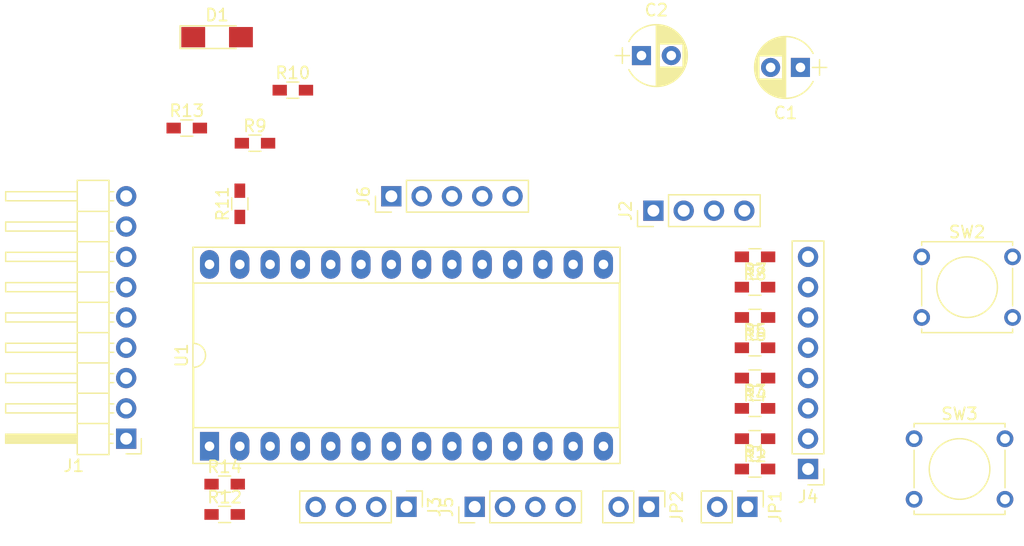
<source format=kicad_pcb>
(kicad_pcb (version 4) (host pcbnew 4.0.7)

  (general
    (links 75)
    (no_connects 75)
    (area 0 0 0 0)
    (thickness 1.6)
    (drawings 4)
    (tracks 0)
    (zones 0)
    (modules 28)
    (nets 30)
  )

  (page A4)
  (layers
    (0 F.Cu signal)
    (31 B.Cu signal)
    (32 B.Adhes user)
    (33 F.Adhes user)
    (34 B.Paste user)
    (35 F.Paste user)
    (36 B.SilkS user)
    (37 F.SilkS user)
    (38 B.Mask user)
    (39 F.Mask user)
    (40 Dwgs.User user)
    (41 Cmts.User user)
    (42 Eco1.User user)
    (43 Eco2.User user)
    (44 Edge.Cuts user)
    (45 Margin user)
    (46 B.CrtYd user)
    (47 F.CrtYd user)
    (48 B.Fab user)
    (49 F.Fab user)
  )

  (setup
    (last_trace_width 0.2)
    (user_trace_width 0.2)
    (user_trace_width 0.4)
    (user_trace_width 0.6)
    (user_trace_width 0.8)
    (user_trace_width 1)
    (user_trace_width 1.2)
    (user_trace_width 1.6)
    (user_trace_width 2)
    (trace_clearance 0.2)
    (zone_clearance 0.35)
    (zone_45_only no)
    (trace_min 0.2)
    (segment_width 0.2)
    (edge_width 0.15)
    (via_size 0.5)
    (via_drill 0.3)
    (via_min_size 0.4)
    (via_min_drill 0.3)
    (user_via 0.9 0.5)
    (user_via 1.2 0.8)
    (user_via 1.4 0.9)
    (user_via 1.5 1)
    (uvia_size 0.3)
    (uvia_drill 0.1)
    (uvias_allowed no)
    (uvia_min_size 0.2)
    (uvia_min_drill 0.1)
    (pcb_text_width 0.3)
    (pcb_text_size 1.5 1.5)
    (mod_edge_width 0.15)
    (mod_text_size 1 1)
    (mod_text_width 0.15)
    (pad_size 1.524 1.524)
    (pad_drill 0.762)
    (pad_to_mask_clearance 0.2)
    (aux_axis_origin 77.414 131.906)
    (grid_origin 77.414 131.906)
    (visible_elements FFFEFF7F)
    (pcbplotparams
      (layerselection 0x00030_80000001)
      (usegerberextensions false)
      (excludeedgelayer true)
      (linewidth 0.100000)
      (plotframeref false)
      (viasonmask false)
      (mode 1)
      (useauxorigin false)
      (hpglpennumber 1)
      (hpglpenspeed 20)
      (hpglpendiameter 15)
      (hpglpenoverlay 2)
      (psnegative false)
      (psa4output false)
      (plotreference true)
      (plotvalue true)
      (plotinvisibletext false)
      (padsonsilk false)
      (subtractmaskfromsilk false)
      (outputformat 1)
      (mirror false)
      (drillshape 1)
      (scaleselection 1)
      (outputdirectory ""))
  )

  (net 0 "")
  (net 1 VCC)
  (net 2 GND)
  (net 3 "Net-(D1-Pad1)")
  (net 4 "Net-(D1-Pad2)")
  (net 5 "Net-(J2-Pad3)")
  (net 6 "Net-(J3-Pad3)")
  (net 7 "Net-(J4-Pad1)")
  (net 8 "Net-(J4-Pad3)")
  (net 9 "Net-(J4-Pad5)")
  (net 10 "Net-(J4-Pad7)")
  (net 11 "Net-(R1-Pad1)")
  (net 12 "Net-(R3-Pad1)")
  (net 13 "Net-(R10-Pad1)")
  (net 14 "Net-(SW3-Pad1)")
  (net 15 "Net-(J2-Pad4)")
  (net 16 "Net-(J3-Pad4)")
  (net 17 "Net-(J5-Pad3)")
  (net 18 "Net-(J5-Pad4)")
  (net 19 "Net-(J6-Pad3)")
  (net 20 "Net-(J6-Pad4)")
  (net 21 "Net-(J6-Pad5)")
  (net 22 "Net-(JP1-Pad2)")
  (net 23 "Net-(R5-Pad1)")
  (net 24 "Net-(R7-Pad1)")
  (net 25 /DAT3/CS)
  (net 26 /CMD/MOSI)
  (net 27 /CLK)
  (net 28 /DAT0/MISO)
  (net 29 "Net-(JP2-Pad2)")

  (net_class Default "This is the default net class."
    (clearance 0.2)
    (trace_width 0.2)
    (via_dia 0.5)
    (via_drill 0.3)
    (uvia_dia 0.3)
    (uvia_drill 0.1)
    (add_net /CLK)
    (add_net /CMD/MOSI)
    (add_net /DAT0/MISO)
    (add_net /DAT3/CS)
    (add_net GND)
    (add_net "Net-(D1-Pad1)")
    (add_net "Net-(D1-Pad2)")
    (add_net "Net-(J2-Pad3)")
    (add_net "Net-(J2-Pad4)")
    (add_net "Net-(J3-Pad3)")
    (add_net "Net-(J3-Pad4)")
    (add_net "Net-(J4-Pad1)")
    (add_net "Net-(J4-Pad3)")
    (add_net "Net-(J4-Pad5)")
    (add_net "Net-(J4-Pad7)")
    (add_net "Net-(J5-Pad3)")
    (add_net "Net-(J5-Pad4)")
    (add_net "Net-(J6-Pad3)")
    (add_net "Net-(J6-Pad4)")
    (add_net "Net-(J6-Pad5)")
    (add_net "Net-(JP1-Pad2)")
    (add_net "Net-(JP2-Pad2)")
    (add_net "Net-(R1-Pad1)")
    (add_net "Net-(R10-Pad1)")
    (add_net "Net-(R3-Pad1)")
    (add_net "Net-(R5-Pad1)")
    (add_net "Net-(R7-Pad1)")
    (add_net "Net-(SW3-Pad1)")
    (add_net VCC)
  )

  (module Capacitors_THT:CP_Radial_D5.0mm_P2.50mm (layer F.Cu) (tedit 597BC7C2) (tstamp 5BDAF5BC)
    (at 137.739 91.901 180)
    (descr "CP, Radial series, Radial, pin pitch=2.50mm, , diameter=5mm, Electrolytic Capacitor")
    (tags "CP Radial series Radial pin pitch 2.50mm  diameter 5mm Electrolytic Capacitor")
    (path /5B033891)
    (fp_text reference C1 (at 1.25 -3.81 180) (layer F.SilkS)
      (effects (font (size 1 1) (thickness 0.15)))
    )
    (fp_text value 10uF (at 1.25 3.81 180) (layer F.Fab)
      (effects (font (size 1 1) (thickness 0.15)))
    )
    (fp_arc (start 1.25 0) (end -1.05558 -1.18) (angle 125.8) (layer F.SilkS) (width 0.12))
    (fp_arc (start 1.25 0) (end -1.05558 1.18) (angle -125.8) (layer F.SilkS) (width 0.12))
    (fp_arc (start 1.25 0) (end 3.55558 -1.18) (angle 54.2) (layer F.SilkS) (width 0.12))
    (fp_circle (center 1.25 0) (end 3.75 0) (layer F.Fab) (width 0.1))
    (fp_line (start -2.2 0) (end -1 0) (layer F.Fab) (width 0.1))
    (fp_line (start -1.6 -0.65) (end -1.6 0.65) (layer F.Fab) (width 0.1))
    (fp_line (start 1.25 -2.55) (end 1.25 2.55) (layer F.SilkS) (width 0.12))
    (fp_line (start 1.29 -2.55) (end 1.29 2.55) (layer F.SilkS) (width 0.12))
    (fp_line (start 1.33 -2.549) (end 1.33 2.549) (layer F.SilkS) (width 0.12))
    (fp_line (start 1.37 -2.548) (end 1.37 2.548) (layer F.SilkS) (width 0.12))
    (fp_line (start 1.41 -2.546) (end 1.41 2.546) (layer F.SilkS) (width 0.12))
    (fp_line (start 1.45 -2.543) (end 1.45 2.543) (layer F.SilkS) (width 0.12))
    (fp_line (start 1.49 -2.539) (end 1.49 2.539) (layer F.SilkS) (width 0.12))
    (fp_line (start 1.53 -2.535) (end 1.53 -0.98) (layer F.SilkS) (width 0.12))
    (fp_line (start 1.53 0.98) (end 1.53 2.535) (layer F.SilkS) (width 0.12))
    (fp_line (start 1.57 -2.531) (end 1.57 -0.98) (layer F.SilkS) (width 0.12))
    (fp_line (start 1.57 0.98) (end 1.57 2.531) (layer F.SilkS) (width 0.12))
    (fp_line (start 1.61 -2.525) (end 1.61 -0.98) (layer F.SilkS) (width 0.12))
    (fp_line (start 1.61 0.98) (end 1.61 2.525) (layer F.SilkS) (width 0.12))
    (fp_line (start 1.65 -2.519) (end 1.65 -0.98) (layer F.SilkS) (width 0.12))
    (fp_line (start 1.65 0.98) (end 1.65 2.519) (layer F.SilkS) (width 0.12))
    (fp_line (start 1.69 -2.513) (end 1.69 -0.98) (layer F.SilkS) (width 0.12))
    (fp_line (start 1.69 0.98) (end 1.69 2.513) (layer F.SilkS) (width 0.12))
    (fp_line (start 1.73 -2.506) (end 1.73 -0.98) (layer F.SilkS) (width 0.12))
    (fp_line (start 1.73 0.98) (end 1.73 2.506) (layer F.SilkS) (width 0.12))
    (fp_line (start 1.77 -2.498) (end 1.77 -0.98) (layer F.SilkS) (width 0.12))
    (fp_line (start 1.77 0.98) (end 1.77 2.498) (layer F.SilkS) (width 0.12))
    (fp_line (start 1.81 -2.489) (end 1.81 -0.98) (layer F.SilkS) (width 0.12))
    (fp_line (start 1.81 0.98) (end 1.81 2.489) (layer F.SilkS) (width 0.12))
    (fp_line (start 1.85 -2.48) (end 1.85 -0.98) (layer F.SilkS) (width 0.12))
    (fp_line (start 1.85 0.98) (end 1.85 2.48) (layer F.SilkS) (width 0.12))
    (fp_line (start 1.89 -2.47) (end 1.89 -0.98) (layer F.SilkS) (width 0.12))
    (fp_line (start 1.89 0.98) (end 1.89 2.47) (layer F.SilkS) (width 0.12))
    (fp_line (start 1.93 -2.46) (end 1.93 -0.98) (layer F.SilkS) (width 0.12))
    (fp_line (start 1.93 0.98) (end 1.93 2.46) (layer F.SilkS) (width 0.12))
    (fp_line (start 1.971 -2.448) (end 1.971 -0.98) (layer F.SilkS) (width 0.12))
    (fp_line (start 1.971 0.98) (end 1.971 2.448) (layer F.SilkS) (width 0.12))
    (fp_line (start 2.011 -2.436) (end 2.011 -0.98) (layer F.SilkS) (width 0.12))
    (fp_line (start 2.011 0.98) (end 2.011 2.436) (layer F.SilkS) (width 0.12))
    (fp_line (start 2.051 -2.424) (end 2.051 -0.98) (layer F.SilkS) (width 0.12))
    (fp_line (start 2.051 0.98) (end 2.051 2.424) (layer F.SilkS) (width 0.12))
    (fp_line (start 2.091 -2.41) (end 2.091 -0.98) (layer F.SilkS) (width 0.12))
    (fp_line (start 2.091 0.98) (end 2.091 2.41) (layer F.SilkS) (width 0.12))
    (fp_line (start 2.131 -2.396) (end 2.131 -0.98) (layer F.SilkS) (width 0.12))
    (fp_line (start 2.131 0.98) (end 2.131 2.396) (layer F.SilkS) (width 0.12))
    (fp_line (start 2.171 -2.382) (end 2.171 -0.98) (layer F.SilkS) (width 0.12))
    (fp_line (start 2.171 0.98) (end 2.171 2.382) (layer F.SilkS) (width 0.12))
    (fp_line (start 2.211 -2.366) (end 2.211 -0.98) (layer F.SilkS) (width 0.12))
    (fp_line (start 2.211 0.98) (end 2.211 2.366) (layer F.SilkS) (width 0.12))
    (fp_line (start 2.251 -2.35) (end 2.251 -0.98) (layer F.SilkS) (width 0.12))
    (fp_line (start 2.251 0.98) (end 2.251 2.35) (layer F.SilkS) (width 0.12))
    (fp_line (start 2.291 -2.333) (end 2.291 -0.98) (layer F.SilkS) (width 0.12))
    (fp_line (start 2.291 0.98) (end 2.291 2.333) (layer F.SilkS) (width 0.12))
    (fp_line (start 2.331 -2.315) (end 2.331 -0.98) (layer F.SilkS) (width 0.12))
    (fp_line (start 2.331 0.98) (end 2.331 2.315) (layer F.SilkS) (width 0.12))
    (fp_line (start 2.371 -2.296) (end 2.371 -0.98) (layer F.SilkS) (width 0.12))
    (fp_line (start 2.371 0.98) (end 2.371 2.296) (layer F.SilkS) (width 0.12))
    (fp_line (start 2.411 -2.276) (end 2.411 -0.98) (layer F.SilkS) (width 0.12))
    (fp_line (start 2.411 0.98) (end 2.411 2.276) (layer F.SilkS) (width 0.12))
    (fp_line (start 2.451 -2.256) (end 2.451 -0.98) (layer F.SilkS) (width 0.12))
    (fp_line (start 2.451 0.98) (end 2.451 2.256) (layer F.SilkS) (width 0.12))
    (fp_line (start 2.491 -2.234) (end 2.491 -0.98) (layer F.SilkS) (width 0.12))
    (fp_line (start 2.491 0.98) (end 2.491 2.234) (layer F.SilkS) (width 0.12))
    (fp_line (start 2.531 -2.212) (end 2.531 -0.98) (layer F.SilkS) (width 0.12))
    (fp_line (start 2.531 0.98) (end 2.531 2.212) (layer F.SilkS) (width 0.12))
    (fp_line (start 2.571 -2.189) (end 2.571 -0.98) (layer F.SilkS) (width 0.12))
    (fp_line (start 2.571 0.98) (end 2.571 2.189) (layer F.SilkS) (width 0.12))
    (fp_line (start 2.611 -2.165) (end 2.611 -0.98) (layer F.SilkS) (width 0.12))
    (fp_line (start 2.611 0.98) (end 2.611 2.165) (layer F.SilkS) (width 0.12))
    (fp_line (start 2.651 -2.14) (end 2.651 -0.98) (layer F.SilkS) (width 0.12))
    (fp_line (start 2.651 0.98) (end 2.651 2.14) (layer F.SilkS) (width 0.12))
    (fp_line (start 2.691 -2.113) (end 2.691 -0.98) (layer F.SilkS) (width 0.12))
    (fp_line (start 2.691 0.98) (end 2.691 2.113) (layer F.SilkS) (width 0.12))
    (fp_line (start 2.731 -2.086) (end 2.731 -0.98) (layer F.SilkS) (width 0.12))
    (fp_line (start 2.731 0.98) (end 2.731 2.086) (layer F.SilkS) (width 0.12))
    (fp_line (start 2.771 -2.058) (end 2.771 -0.98) (layer F.SilkS) (width 0.12))
    (fp_line (start 2.771 0.98) (end 2.771 2.058) (layer F.SilkS) (width 0.12))
    (fp_line (start 2.811 -2.028) (end 2.811 -0.98) (layer F.SilkS) (width 0.12))
    (fp_line (start 2.811 0.98) (end 2.811 2.028) (layer F.SilkS) (width 0.12))
    (fp_line (start 2.851 -1.997) (end 2.851 -0.98) (layer F.SilkS) (width 0.12))
    (fp_line (start 2.851 0.98) (end 2.851 1.997) (layer F.SilkS) (width 0.12))
    (fp_line (start 2.891 -1.965) (end 2.891 -0.98) (layer F.SilkS) (width 0.12))
    (fp_line (start 2.891 0.98) (end 2.891 1.965) (layer F.SilkS) (width 0.12))
    (fp_line (start 2.931 -1.932) (end 2.931 -0.98) (layer F.SilkS) (width 0.12))
    (fp_line (start 2.931 0.98) (end 2.931 1.932) (layer F.SilkS) (width 0.12))
    (fp_line (start 2.971 -1.897) (end 2.971 -0.98) (layer F.SilkS) (width 0.12))
    (fp_line (start 2.971 0.98) (end 2.971 1.897) (layer F.SilkS) (width 0.12))
    (fp_line (start 3.011 -1.861) (end 3.011 -0.98) (layer F.SilkS) (width 0.12))
    (fp_line (start 3.011 0.98) (end 3.011 1.861) (layer F.SilkS) (width 0.12))
    (fp_line (start 3.051 -1.823) (end 3.051 -0.98) (layer F.SilkS) (width 0.12))
    (fp_line (start 3.051 0.98) (end 3.051 1.823) (layer F.SilkS) (width 0.12))
    (fp_line (start 3.091 -1.783) (end 3.091 -0.98) (layer F.SilkS) (width 0.12))
    (fp_line (start 3.091 0.98) (end 3.091 1.783) (layer F.SilkS) (width 0.12))
    (fp_line (start 3.131 -1.742) (end 3.131 -0.98) (layer F.SilkS) (width 0.12))
    (fp_line (start 3.131 0.98) (end 3.131 1.742) (layer F.SilkS) (width 0.12))
    (fp_line (start 3.171 -1.699) (end 3.171 -0.98) (layer F.SilkS) (width 0.12))
    (fp_line (start 3.171 0.98) (end 3.171 1.699) (layer F.SilkS) (width 0.12))
    (fp_line (start 3.211 -1.654) (end 3.211 -0.98) (layer F.SilkS) (width 0.12))
    (fp_line (start 3.211 0.98) (end 3.211 1.654) (layer F.SilkS) (width 0.12))
    (fp_line (start 3.251 -1.606) (end 3.251 -0.98) (layer F.SilkS) (width 0.12))
    (fp_line (start 3.251 0.98) (end 3.251 1.606) (layer F.SilkS) (width 0.12))
    (fp_line (start 3.291 -1.556) (end 3.291 -0.98) (layer F.SilkS) (width 0.12))
    (fp_line (start 3.291 0.98) (end 3.291 1.556) (layer F.SilkS) (width 0.12))
    (fp_line (start 3.331 -1.504) (end 3.331 -0.98) (layer F.SilkS) (width 0.12))
    (fp_line (start 3.331 0.98) (end 3.331 1.504) (layer F.SilkS) (width 0.12))
    (fp_line (start 3.371 -1.448) (end 3.371 -0.98) (layer F.SilkS) (width 0.12))
    (fp_line (start 3.371 0.98) (end 3.371 1.448) (layer F.SilkS) (width 0.12))
    (fp_line (start 3.411 -1.39) (end 3.411 -0.98) (layer F.SilkS) (width 0.12))
    (fp_line (start 3.411 0.98) (end 3.411 1.39) (layer F.SilkS) (width 0.12))
    (fp_line (start 3.451 -1.327) (end 3.451 -0.98) (layer F.SilkS) (width 0.12))
    (fp_line (start 3.451 0.98) (end 3.451 1.327) (layer F.SilkS) (width 0.12))
    (fp_line (start 3.491 -1.261) (end 3.491 1.261) (layer F.SilkS) (width 0.12))
    (fp_line (start 3.531 -1.189) (end 3.531 1.189) (layer F.SilkS) (width 0.12))
    (fp_line (start 3.571 -1.112) (end 3.571 1.112) (layer F.SilkS) (width 0.12))
    (fp_line (start 3.611 -1.028) (end 3.611 1.028) (layer F.SilkS) (width 0.12))
    (fp_line (start 3.651 -0.934) (end 3.651 0.934) (layer F.SilkS) (width 0.12))
    (fp_line (start 3.691 -0.829) (end 3.691 0.829) (layer F.SilkS) (width 0.12))
    (fp_line (start 3.731 -0.707) (end 3.731 0.707) (layer F.SilkS) (width 0.12))
    (fp_line (start 3.771 -0.559) (end 3.771 0.559) (layer F.SilkS) (width 0.12))
    (fp_line (start 3.811 -0.354) (end 3.811 0.354) (layer F.SilkS) (width 0.12))
    (fp_line (start -2.2 0) (end -1 0) (layer F.SilkS) (width 0.12))
    (fp_line (start -1.6 -0.65) (end -1.6 0.65) (layer F.SilkS) (width 0.12))
    (fp_line (start -1.6 -2.85) (end -1.6 2.85) (layer F.CrtYd) (width 0.05))
    (fp_line (start -1.6 2.85) (end 4.1 2.85) (layer F.CrtYd) (width 0.05))
    (fp_line (start 4.1 2.85) (end 4.1 -2.85) (layer F.CrtYd) (width 0.05))
    (fp_line (start 4.1 -2.85) (end -1.6 -2.85) (layer F.CrtYd) (width 0.05))
    (fp_text user %R (at 1.25 0 180) (layer F.Fab)
      (effects (font (size 1 1) (thickness 0.15)))
    )
    (pad 1 thru_hole rect (at 0 0 180) (size 1.6 1.6) (drill 0.8) (layers *.Cu *.Mask)
      (net 1 VCC))
    (pad 2 thru_hole circle (at 2.5 0 180) (size 1.6 1.6) (drill 0.8) (layers *.Cu *.Mask)
      (net 2 GND))
    (model ${KISYS3DMOD}/Capacitors_THT.3dshapes/CP_Radial_D5.0mm_P2.50mm.wrl
      (at (xyz 0 0 0))
      (scale (xyz 1 1 1))
      (rotate (xyz 0 0 0))
    )
  )

  (module Capacitors_THT:CP_Radial_D5.0mm_P2.50mm (layer F.Cu) (tedit 597BC7C2) (tstamp 5BDAF641)
    (at 124.414 90.906)
    (descr "CP, Radial series, Radial, pin pitch=2.50mm, , diameter=5mm, Electrolytic Capacitor")
    (tags "CP Radial series Radial pin pitch 2.50mm  diameter 5mm Electrolytic Capacitor")
    (path /5B033D85)
    (fp_text reference C2 (at 1.25 -3.81) (layer F.SilkS)
      (effects (font (size 1 1) (thickness 0.15)))
    )
    (fp_text value 10uF (at 1.25 3.81) (layer F.Fab)
      (effects (font (size 1 1) (thickness 0.15)))
    )
    (fp_arc (start 1.25 0) (end -1.05558 -1.18) (angle 125.8) (layer F.SilkS) (width 0.12))
    (fp_arc (start 1.25 0) (end -1.05558 1.18) (angle -125.8) (layer F.SilkS) (width 0.12))
    (fp_arc (start 1.25 0) (end 3.55558 -1.18) (angle 54.2) (layer F.SilkS) (width 0.12))
    (fp_circle (center 1.25 0) (end 3.75 0) (layer F.Fab) (width 0.1))
    (fp_line (start -2.2 0) (end -1 0) (layer F.Fab) (width 0.1))
    (fp_line (start -1.6 -0.65) (end -1.6 0.65) (layer F.Fab) (width 0.1))
    (fp_line (start 1.25 -2.55) (end 1.25 2.55) (layer F.SilkS) (width 0.12))
    (fp_line (start 1.29 -2.55) (end 1.29 2.55) (layer F.SilkS) (width 0.12))
    (fp_line (start 1.33 -2.549) (end 1.33 2.549) (layer F.SilkS) (width 0.12))
    (fp_line (start 1.37 -2.548) (end 1.37 2.548) (layer F.SilkS) (width 0.12))
    (fp_line (start 1.41 -2.546) (end 1.41 2.546) (layer F.SilkS) (width 0.12))
    (fp_line (start 1.45 -2.543) (end 1.45 2.543) (layer F.SilkS) (width 0.12))
    (fp_line (start 1.49 -2.539) (end 1.49 2.539) (layer F.SilkS) (width 0.12))
    (fp_line (start 1.53 -2.535) (end 1.53 -0.98) (layer F.SilkS) (width 0.12))
    (fp_line (start 1.53 0.98) (end 1.53 2.535) (layer F.SilkS) (width 0.12))
    (fp_line (start 1.57 -2.531) (end 1.57 -0.98) (layer F.SilkS) (width 0.12))
    (fp_line (start 1.57 0.98) (end 1.57 2.531) (layer F.SilkS) (width 0.12))
    (fp_line (start 1.61 -2.525) (end 1.61 -0.98) (layer F.SilkS) (width 0.12))
    (fp_line (start 1.61 0.98) (end 1.61 2.525) (layer F.SilkS) (width 0.12))
    (fp_line (start 1.65 -2.519) (end 1.65 -0.98) (layer F.SilkS) (width 0.12))
    (fp_line (start 1.65 0.98) (end 1.65 2.519) (layer F.SilkS) (width 0.12))
    (fp_line (start 1.69 -2.513) (end 1.69 -0.98) (layer F.SilkS) (width 0.12))
    (fp_line (start 1.69 0.98) (end 1.69 2.513) (layer F.SilkS) (width 0.12))
    (fp_line (start 1.73 -2.506) (end 1.73 -0.98) (layer F.SilkS) (width 0.12))
    (fp_line (start 1.73 0.98) (end 1.73 2.506) (layer F.SilkS) (width 0.12))
    (fp_line (start 1.77 -2.498) (end 1.77 -0.98) (layer F.SilkS) (width 0.12))
    (fp_line (start 1.77 0.98) (end 1.77 2.498) (layer F.SilkS) (width 0.12))
    (fp_line (start 1.81 -2.489) (end 1.81 -0.98) (layer F.SilkS) (width 0.12))
    (fp_line (start 1.81 0.98) (end 1.81 2.489) (layer F.SilkS) (width 0.12))
    (fp_line (start 1.85 -2.48) (end 1.85 -0.98) (layer F.SilkS) (width 0.12))
    (fp_line (start 1.85 0.98) (end 1.85 2.48) (layer F.SilkS) (width 0.12))
    (fp_line (start 1.89 -2.47) (end 1.89 -0.98) (layer F.SilkS) (width 0.12))
    (fp_line (start 1.89 0.98) (end 1.89 2.47) (layer F.SilkS) (width 0.12))
    (fp_line (start 1.93 -2.46) (end 1.93 -0.98) (layer F.SilkS) (width 0.12))
    (fp_line (start 1.93 0.98) (end 1.93 2.46) (layer F.SilkS) (width 0.12))
    (fp_line (start 1.971 -2.448) (end 1.971 -0.98) (layer F.SilkS) (width 0.12))
    (fp_line (start 1.971 0.98) (end 1.971 2.448) (layer F.SilkS) (width 0.12))
    (fp_line (start 2.011 -2.436) (end 2.011 -0.98) (layer F.SilkS) (width 0.12))
    (fp_line (start 2.011 0.98) (end 2.011 2.436) (layer F.SilkS) (width 0.12))
    (fp_line (start 2.051 -2.424) (end 2.051 -0.98) (layer F.SilkS) (width 0.12))
    (fp_line (start 2.051 0.98) (end 2.051 2.424) (layer F.SilkS) (width 0.12))
    (fp_line (start 2.091 -2.41) (end 2.091 -0.98) (layer F.SilkS) (width 0.12))
    (fp_line (start 2.091 0.98) (end 2.091 2.41) (layer F.SilkS) (width 0.12))
    (fp_line (start 2.131 -2.396) (end 2.131 -0.98) (layer F.SilkS) (width 0.12))
    (fp_line (start 2.131 0.98) (end 2.131 2.396) (layer F.SilkS) (width 0.12))
    (fp_line (start 2.171 -2.382) (end 2.171 -0.98) (layer F.SilkS) (width 0.12))
    (fp_line (start 2.171 0.98) (end 2.171 2.382) (layer F.SilkS) (width 0.12))
    (fp_line (start 2.211 -2.366) (end 2.211 -0.98) (layer F.SilkS) (width 0.12))
    (fp_line (start 2.211 0.98) (end 2.211 2.366) (layer F.SilkS) (width 0.12))
    (fp_line (start 2.251 -2.35) (end 2.251 -0.98) (layer F.SilkS) (width 0.12))
    (fp_line (start 2.251 0.98) (end 2.251 2.35) (layer F.SilkS) (width 0.12))
    (fp_line (start 2.291 -2.333) (end 2.291 -0.98) (layer F.SilkS) (width 0.12))
    (fp_line (start 2.291 0.98) (end 2.291 2.333) (layer F.SilkS) (width 0.12))
    (fp_line (start 2.331 -2.315) (end 2.331 -0.98) (layer F.SilkS) (width 0.12))
    (fp_line (start 2.331 0.98) (end 2.331 2.315) (layer F.SilkS) (width 0.12))
    (fp_line (start 2.371 -2.296) (end 2.371 -0.98) (layer F.SilkS) (width 0.12))
    (fp_line (start 2.371 0.98) (end 2.371 2.296) (layer F.SilkS) (width 0.12))
    (fp_line (start 2.411 -2.276) (end 2.411 -0.98) (layer F.SilkS) (width 0.12))
    (fp_line (start 2.411 0.98) (end 2.411 2.276) (layer F.SilkS) (width 0.12))
    (fp_line (start 2.451 -2.256) (end 2.451 -0.98) (layer F.SilkS) (width 0.12))
    (fp_line (start 2.451 0.98) (end 2.451 2.256) (layer F.SilkS) (width 0.12))
    (fp_line (start 2.491 -2.234) (end 2.491 -0.98) (layer F.SilkS) (width 0.12))
    (fp_line (start 2.491 0.98) (end 2.491 2.234) (layer F.SilkS) (width 0.12))
    (fp_line (start 2.531 -2.212) (end 2.531 -0.98) (layer F.SilkS) (width 0.12))
    (fp_line (start 2.531 0.98) (end 2.531 2.212) (layer F.SilkS) (width 0.12))
    (fp_line (start 2.571 -2.189) (end 2.571 -0.98) (layer F.SilkS) (width 0.12))
    (fp_line (start 2.571 0.98) (end 2.571 2.189) (layer F.SilkS) (width 0.12))
    (fp_line (start 2.611 -2.165) (end 2.611 -0.98) (layer F.SilkS) (width 0.12))
    (fp_line (start 2.611 0.98) (end 2.611 2.165) (layer F.SilkS) (width 0.12))
    (fp_line (start 2.651 -2.14) (end 2.651 -0.98) (layer F.SilkS) (width 0.12))
    (fp_line (start 2.651 0.98) (end 2.651 2.14) (layer F.SilkS) (width 0.12))
    (fp_line (start 2.691 -2.113) (end 2.691 -0.98) (layer F.SilkS) (width 0.12))
    (fp_line (start 2.691 0.98) (end 2.691 2.113) (layer F.SilkS) (width 0.12))
    (fp_line (start 2.731 -2.086) (end 2.731 -0.98) (layer F.SilkS) (width 0.12))
    (fp_line (start 2.731 0.98) (end 2.731 2.086) (layer F.SilkS) (width 0.12))
    (fp_line (start 2.771 -2.058) (end 2.771 -0.98) (layer F.SilkS) (width 0.12))
    (fp_line (start 2.771 0.98) (end 2.771 2.058) (layer F.SilkS) (width 0.12))
    (fp_line (start 2.811 -2.028) (end 2.811 -0.98) (layer F.SilkS) (width 0.12))
    (fp_line (start 2.811 0.98) (end 2.811 2.028) (layer F.SilkS) (width 0.12))
    (fp_line (start 2.851 -1.997) (end 2.851 -0.98) (layer F.SilkS) (width 0.12))
    (fp_line (start 2.851 0.98) (end 2.851 1.997) (layer F.SilkS) (width 0.12))
    (fp_line (start 2.891 -1.965) (end 2.891 -0.98) (layer F.SilkS) (width 0.12))
    (fp_line (start 2.891 0.98) (end 2.891 1.965) (layer F.SilkS) (width 0.12))
    (fp_line (start 2.931 -1.932) (end 2.931 -0.98) (layer F.SilkS) (width 0.12))
    (fp_line (start 2.931 0.98) (end 2.931 1.932) (layer F.SilkS) (width 0.12))
    (fp_line (start 2.971 -1.897) (end 2.971 -0.98) (layer F.SilkS) (width 0.12))
    (fp_line (start 2.971 0.98) (end 2.971 1.897) (layer F.SilkS) (width 0.12))
    (fp_line (start 3.011 -1.861) (end 3.011 -0.98) (layer F.SilkS) (width 0.12))
    (fp_line (start 3.011 0.98) (end 3.011 1.861) (layer F.SilkS) (width 0.12))
    (fp_line (start 3.051 -1.823) (end 3.051 -0.98) (layer F.SilkS) (width 0.12))
    (fp_line (start 3.051 0.98) (end 3.051 1.823) (layer F.SilkS) (width 0.12))
    (fp_line (start 3.091 -1.783) (end 3.091 -0.98) (layer F.SilkS) (width 0.12))
    (fp_line (start 3.091 0.98) (end 3.091 1.783) (layer F.SilkS) (width 0.12))
    (fp_line (start 3.131 -1.742) (end 3.131 -0.98) (layer F.SilkS) (width 0.12))
    (fp_line (start 3.131 0.98) (end 3.131 1.742) (layer F.SilkS) (width 0.12))
    (fp_line (start 3.171 -1.699) (end 3.171 -0.98) (layer F.SilkS) (width 0.12))
    (fp_line (start 3.171 0.98) (end 3.171 1.699) (layer F.SilkS) (width 0.12))
    (fp_line (start 3.211 -1.654) (end 3.211 -0.98) (layer F.SilkS) (width 0.12))
    (fp_line (start 3.211 0.98) (end 3.211 1.654) (layer F.SilkS) (width 0.12))
    (fp_line (start 3.251 -1.606) (end 3.251 -0.98) (layer F.SilkS) (width 0.12))
    (fp_line (start 3.251 0.98) (end 3.251 1.606) (layer F.SilkS) (width 0.12))
    (fp_line (start 3.291 -1.556) (end 3.291 -0.98) (layer F.SilkS) (width 0.12))
    (fp_line (start 3.291 0.98) (end 3.291 1.556) (layer F.SilkS) (width 0.12))
    (fp_line (start 3.331 -1.504) (end 3.331 -0.98) (layer F.SilkS) (width 0.12))
    (fp_line (start 3.331 0.98) (end 3.331 1.504) (layer F.SilkS) (width 0.12))
    (fp_line (start 3.371 -1.448) (end 3.371 -0.98) (layer F.SilkS) (width 0.12))
    (fp_line (start 3.371 0.98) (end 3.371 1.448) (layer F.SilkS) (width 0.12))
    (fp_line (start 3.411 -1.39) (end 3.411 -0.98) (layer F.SilkS) (width 0.12))
    (fp_line (start 3.411 0.98) (end 3.411 1.39) (layer F.SilkS) (width 0.12))
    (fp_line (start 3.451 -1.327) (end 3.451 -0.98) (layer F.SilkS) (width 0.12))
    (fp_line (start 3.451 0.98) (end 3.451 1.327) (layer F.SilkS) (width 0.12))
    (fp_line (start 3.491 -1.261) (end 3.491 1.261) (layer F.SilkS) (width 0.12))
    (fp_line (start 3.531 -1.189) (end 3.531 1.189) (layer F.SilkS) (width 0.12))
    (fp_line (start 3.571 -1.112) (end 3.571 1.112) (layer F.SilkS) (width 0.12))
    (fp_line (start 3.611 -1.028) (end 3.611 1.028) (layer F.SilkS) (width 0.12))
    (fp_line (start 3.651 -0.934) (end 3.651 0.934) (layer F.SilkS) (width 0.12))
    (fp_line (start 3.691 -0.829) (end 3.691 0.829) (layer F.SilkS) (width 0.12))
    (fp_line (start 3.731 -0.707) (end 3.731 0.707) (layer F.SilkS) (width 0.12))
    (fp_line (start 3.771 -0.559) (end 3.771 0.559) (layer F.SilkS) (width 0.12))
    (fp_line (start 3.811 -0.354) (end 3.811 0.354) (layer F.SilkS) (width 0.12))
    (fp_line (start -2.2 0) (end -1 0) (layer F.SilkS) (width 0.12))
    (fp_line (start -1.6 -0.65) (end -1.6 0.65) (layer F.SilkS) (width 0.12))
    (fp_line (start -1.6 -2.85) (end -1.6 2.85) (layer F.CrtYd) (width 0.05))
    (fp_line (start -1.6 2.85) (end 4.1 2.85) (layer F.CrtYd) (width 0.05))
    (fp_line (start 4.1 2.85) (end 4.1 -2.85) (layer F.CrtYd) (width 0.05))
    (fp_line (start 4.1 -2.85) (end -1.6 -2.85) (layer F.CrtYd) (width 0.05))
    (fp_text user %R (at 1.25 0) (layer F.Fab)
      (effects (font (size 1 1) (thickness 0.15)))
    )
    (pad 1 thru_hole rect (at 0 0) (size 1.6 1.6) (drill 0.8) (layers *.Cu *.Mask)
      (net 1 VCC))
    (pad 2 thru_hole circle (at 2.5 0) (size 1.6 1.6) (drill 0.8) (layers *.Cu *.Mask)
      (net 2 GND))
    (model ${KISYS3DMOD}/Capacitors_THT.3dshapes/CP_Radial_D5.0mm_P2.50mm.wrl
      (at (xyz 0 0 0))
      (scale (xyz 1 1 1))
      (rotate (xyz 0 0 0))
    )
  )

  (module LEDs:LED_1206_HandSoldering (layer F.Cu) (tedit 595FC724) (tstamp 5BDAF656)
    (at 88.844 89.361)
    (descr "LED SMD 1206, hand soldering")
    (tags "LED 1206")
    (path /5AFE1E57)
    (attr smd)
    (fp_text reference D1 (at 0 -1.85) (layer F.SilkS)
      (effects (font (size 1 1) (thickness 0.15)))
    )
    (fp_text value LED (at 0 1.9) (layer F.Fab)
      (effects (font (size 1 1) (thickness 0.15)))
    )
    (fp_line (start -3.1 -0.95) (end -3.1 0.95) (layer F.SilkS) (width 0.12))
    (fp_line (start -0.4 0) (end 0.2 -0.4) (layer F.Fab) (width 0.1))
    (fp_line (start 0.2 -0.4) (end 0.2 0.4) (layer F.Fab) (width 0.1))
    (fp_line (start 0.2 0.4) (end -0.4 0) (layer F.Fab) (width 0.1))
    (fp_line (start -0.45 -0.4) (end -0.45 0.4) (layer F.Fab) (width 0.1))
    (fp_line (start -1.6 0.8) (end -1.6 -0.8) (layer F.Fab) (width 0.1))
    (fp_line (start 1.6 0.8) (end -1.6 0.8) (layer F.Fab) (width 0.1))
    (fp_line (start 1.6 -0.8) (end 1.6 0.8) (layer F.Fab) (width 0.1))
    (fp_line (start -1.6 -0.8) (end 1.6 -0.8) (layer F.Fab) (width 0.1))
    (fp_line (start -3.1 0.95) (end 1.6 0.95) (layer F.SilkS) (width 0.12))
    (fp_line (start -3.1 -0.95) (end 1.6 -0.95) (layer F.SilkS) (width 0.12))
    (fp_line (start -3.25 -1.11) (end 3.25 -1.11) (layer F.CrtYd) (width 0.05))
    (fp_line (start -3.25 -1.11) (end -3.25 1.1) (layer F.CrtYd) (width 0.05))
    (fp_line (start 3.25 1.1) (end 3.25 -1.11) (layer F.CrtYd) (width 0.05))
    (fp_line (start 3.25 1.1) (end -3.25 1.1) (layer F.CrtYd) (width 0.05))
    (pad 1 smd rect (at -2 0) (size 2 1.7) (layers F.Cu F.Paste F.Mask)
      (net 3 "Net-(D1-Pad1)"))
    (pad 2 smd rect (at 2 0) (size 2 1.7) (layers F.Cu F.Paste F.Mask)
      (net 4 "Net-(D1-Pad2)"))
    (model ${KISYS3DMOD}/LEDs.3dshapes/LED_1206.wrl
      (at (xyz 0 0 0))
      (scale (xyz 1 1 1))
      (rotate (xyz 0 0 180))
    )
  )

  (module Pin_Headers:Pin_Header_Angled_1x09_Pitch2.54mm (layer F.Cu) (tedit 59650532) (tstamp 5BDAF6E4)
    (at 81.224 123.016 180)
    (descr "Through hole angled pin header, 1x09, 2.54mm pitch, 6mm pin length, single row")
    (tags "Through hole angled pin header THT 1x09 2.54mm single row")
    (path /5BDA3CE4)
    (fp_text reference J1 (at 4.385 -2.27 180) (layer F.SilkS)
      (effects (font (size 1 1) (thickness 0.15)))
    )
    (fp_text value SD/SPI (at 4.385 22.59 180) (layer F.Fab)
      (effects (font (size 1 1) (thickness 0.15)))
    )
    (fp_line (start 2.135 -1.27) (end 4.04 -1.27) (layer F.Fab) (width 0.1))
    (fp_line (start 4.04 -1.27) (end 4.04 21.59) (layer F.Fab) (width 0.1))
    (fp_line (start 4.04 21.59) (end 1.5 21.59) (layer F.Fab) (width 0.1))
    (fp_line (start 1.5 21.59) (end 1.5 -0.635) (layer F.Fab) (width 0.1))
    (fp_line (start 1.5 -0.635) (end 2.135 -1.27) (layer F.Fab) (width 0.1))
    (fp_line (start -0.32 -0.32) (end 1.5 -0.32) (layer F.Fab) (width 0.1))
    (fp_line (start -0.32 -0.32) (end -0.32 0.32) (layer F.Fab) (width 0.1))
    (fp_line (start -0.32 0.32) (end 1.5 0.32) (layer F.Fab) (width 0.1))
    (fp_line (start 4.04 -0.32) (end 10.04 -0.32) (layer F.Fab) (width 0.1))
    (fp_line (start 10.04 -0.32) (end 10.04 0.32) (layer F.Fab) (width 0.1))
    (fp_line (start 4.04 0.32) (end 10.04 0.32) (layer F.Fab) (width 0.1))
    (fp_line (start -0.32 2.22) (end 1.5 2.22) (layer F.Fab) (width 0.1))
    (fp_line (start -0.32 2.22) (end -0.32 2.86) (layer F.Fab) (width 0.1))
    (fp_line (start -0.32 2.86) (end 1.5 2.86) (layer F.Fab) (width 0.1))
    (fp_line (start 4.04 2.22) (end 10.04 2.22) (layer F.Fab) (width 0.1))
    (fp_line (start 10.04 2.22) (end 10.04 2.86) (layer F.Fab) (width 0.1))
    (fp_line (start 4.04 2.86) (end 10.04 2.86) (layer F.Fab) (width 0.1))
    (fp_line (start -0.32 4.76) (end 1.5 4.76) (layer F.Fab) (width 0.1))
    (fp_line (start -0.32 4.76) (end -0.32 5.4) (layer F.Fab) (width 0.1))
    (fp_line (start -0.32 5.4) (end 1.5 5.4) (layer F.Fab) (width 0.1))
    (fp_line (start 4.04 4.76) (end 10.04 4.76) (layer F.Fab) (width 0.1))
    (fp_line (start 10.04 4.76) (end 10.04 5.4) (layer F.Fab) (width 0.1))
    (fp_line (start 4.04 5.4) (end 10.04 5.4) (layer F.Fab) (width 0.1))
    (fp_line (start -0.32 7.3) (end 1.5 7.3) (layer F.Fab) (width 0.1))
    (fp_line (start -0.32 7.3) (end -0.32 7.94) (layer F.Fab) (width 0.1))
    (fp_line (start -0.32 7.94) (end 1.5 7.94) (layer F.Fab) (width 0.1))
    (fp_line (start 4.04 7.3) (end 10.04 7.3) (layer F.Fab) (width 0.1))
    (fp_line (start 10.04 7.3) (end 10.04 7.94) (layer F.Fab) (width 0.1))
    (fp_line (start 4.04 7.94) (end 10.04 7.94) (layer F.Fab) (width 0.1))
    (fp_line (start -0.32 9.84) (end 1.5 9.84) (layer F.Fab) (width 0.1))
    (fp_line (start -0.32 9.84) (end -0.32 10.48) (layer F.Fab) (width 0.1))
    (fp_line (start -0.32 10.48) (end 1.5 10.48) (layer F.Fab) (width 0.1))
    (fp_line (start 4.04 9.84) (end 10.04 9.84) (layer F.Fab) (width 0.1))
    (fp_line (start 10.04 9.84) (end 10.04 10.48) (layer F.Fab) (width 0.1))
    (fp_line (start 4.04 10.48) (end 10.04 10.48) (layer F.Fab) (width 0.1))
    (fp_line (start -0.32 12.38) (end 1.5 12.38) (layer F.Fab) (width 0.1))
    (fp_line (start -0.32 12.38) (end -0.32 13.02) (layer F.Fab) (width 0.1))
    (fp_line (start -0.32 13.02) (end 1.5 13.02) (layer F.Fab) (width 0.1))
    (fp_line (start 4.04 12.38) (end 10.04 12.38) (layer F.Fab) (width 0.1))
    (fp_line (start 10.04 12.38) (end 10.04 13.02) (layer F.Fab) (width 0.1))
    (fp_line (start 4.04 13.02) (end 10.04 13.02) (layer F.Fab) (width 0.1))
    (fp_line (start -0.32 14.92) (end 1.5 14.92) (layer F.Fab) (width 0.1))
    (fp_line (start -0.32 14.92) (end -0.32 15.56) (layer F.Fab) (width 0.1))
    (fp_line (start -0.32 15.56) (end 1.5 15.56) (layer F.Fab) (width 0.1))
    (fp_line (start 4.04 14.92) (end 10.04 14.92) (layer F.Fab) (width 0.1))
    (fp_line (start 10.04 14.92) (end 10.04 15.56) (layer F.Fab) (width 0.1))
    (fp_line (start 4.04 15.56) (end 10.04 15.56) (layer F.Fab) (width 0.1))
    (fp_line (start -0.32 17.46) (end 1.5 17.46) (layer F.Fab) (width 0.1))
    (fp_line (start -0.32 17.46) (end -0.32 18.1) (layer F.Fab) (width 0.1))
    (fp_line (start -0.32 18.1) (end 1.5 18.1) (layer F.Fab) (width 0.1))
    (fp_line (start 4.04 17.46) (end 10.04 17.46) (layer F.Fab) (width 0.1))
    (fp_line (start 10.04 17.46) (end 10.04 18.1) (layer F.Fab) (width 0.1))
    (fp_line (start 4.04 18.1) (end 10.04 18.1) (layer F.Fab) (width 0.1))
    (fp_line (start -0.32 20) (end 1.5 20) (layer F.Fab) (width 0.1))
    (fp_line (start -0.32 20) (end -0.32 20.64) (layer F.Fab) (width 0.1))
    (fp_line (start -0.32 20.64) (end 1.5 20.64) (layer F.Fab) (width 0.1))
    (fp_line (start 4.04 20) (end 10.04 20) (layer F.Fab) (width 0.1))
    (fp_line (start 10.04 20) (end 10.04 20.64) (layer F.Fab) (width 0.1))
    (fp_line (start 4.04 20.64) (end 10.04 20.64) (layer F.Fab) (width 0.1))
    (fp_line (start 1.44 -1.33) (end 1.44 21.65) (layer F.SilkS) (width 0.12))
    (fp_line (start 1.44 21.65) (end 4.1 21.65) (layer F.SilkS) (width 0.12))
    (fp_line (start 4.1 21.65) (end 4.1 -1.33) (layer F.SilkS) (width 0.12))
    (fp_line (start 4.1 -1.33) (end 1.44 -1.33) (layer F.SilkS) (width 0.12))
    (fp_line (start 4.1 -0.38) (end 10.1 -0.38) (layer F.SilkS) (width 0.12))
    (fp_line (start 10.1 -0.38) (end 10.1 0.38) (layer F.SilkS) (width 0.12))
    (fp_line (start 10.1 0.38) (end 4.1 0.38) (layer F.SilkS) (width 0.12))
    (fp_line (start 4.1 -0.32) (end 10.1 -0.32) (layer F.SilkS) (width 0.12))
    (fp_line (start 4.1 -0.2) (end 10.1 -0.2) (layer F.SilkS) (width 0.12))
    (fp_line (start 4.1 -0.08) (end 10.1 -0.08) (layer F.SilkS) (width 0.12))
    (fp_line (start 4.1 0.04) (end 10.1 0.04) (layer F.SilkS) (width 0.12))
    (fp_line (start 4.1 0.16) (end 10.1 0.16) (layer F.SilkS) (width 0.12))
    (fp_line (start 4.1 0.28) (end 10.1 0.28) (layer F.SilkS) (width 0.12))
    (fp_line (start 1.11 -0.38) (end 1.44 -0.38) (layer F.SilkS) (width 0.12))
    (fp_line (start 1.11 0.38) (end 1.44 0.38) (layer F.SilkS) (width 0.12))
    (fp_line (start 1.44 1.27) (end 4.1 1.27) (layer F.SilkS) (width 0.12))
    (fp_line (start 4.1 2.16) (end 10.1 2.16) (layer F.SilkS) (width 0.12))
    (fp_line (start 10.1 2.16) (end 10.1 2.92) (layer F.SilkS) (width 0.12))
    (fp_line (start 10.1 2.92) (end 4.1 2.92) (layer F.SilkS) (width 0.12))
    (fp_line (start 1.042929 2.16) (end 1.44 2.16) (layer F.SilkS) (width 0.12))
    (fp_line (start 1.042929 2.92) (end 1.44 2.92) (layer F.SilkS) (width 0.12))
    (fp_line (start 1.44 3.81) (end 4.1 3.81) (layer F.SilkS) (width 0.12))
    (fp_line (start 4.1 4.7) (end 10.1 4.7) (layer F.SilkS) (width 0.12))
    (fp_line (start 10.1 4.7) (end 10.1 5.46) (layer F.SilkS) (width 0.12))
    (fp_line (start 10.1 5.46) (end 4.1 5.46) (layer F.SilkS) (width 0.12))
    (fp_line (start 1.042929 4.7) (end 1.44 4.7) (layer F.SilkS) (width 0.12))
    (fp_line (start 1.042929 5.46) (end 1.44 5.46) (layer F.SilkS) (width 0.12))
    (fp_line (start 1.44 6.35) (end 4.1 6.35) (layer F.SilkS) (width 0.12))
    (fp_line (start 4.1 7.24) (end 10.1 7.24) (layer F.SilkS) (width 0.12))
    (fp_line (start 10.1 7.24) (end 10.1 8) (layer F.SilkS) (width 0.12))
    (fp_line (start 10.1 8) (end 4.1 8) (layer F.SilkS) (width 0.12))
    (fp_line (start 1.042929 7.24) (end 1.44 7.24) (layer F.SilkS) (width 0.12))
    (fp_line (start 1.042929 8) (end 1.44 8) (layer F.SilkS) (width 0.12))
    (fp_line (start 1.44 8.89) (end 4.1 8.89) (layer F.SilkS) (width 0.12))
    (fp_line (start 4.1 9.78) (end 10.1 9.78) (layer F.SilkS) (width 0.12))
    (fp_line (start 10.1 9.78) (end 10.1 10.54) (layer F.SilkS) (width 0.12))
    (fp_line (start 10.1 10.54) (end 4.1 10.54) (layer F.SilkS) (width 0.12))
    (fp_line (start 1.042929 9.78) (end 1.44 9.78) (layer F.SilkS) (width 0.12))
    (fp_line (start 1.042929 10.54) (end 1.44 10.54) (layer F.SilkS) (width 0.12))
    (fp_line (start 1.44 11.43) (end 4.1 11.43) (layer F.SilkS) (width 0.12))
    (fp_line (start 4.1 12.32) (end 10.1 12.32) (layer F.SilkS) (width 0.12))
    (fp_line (start 10.1 12.32) (end 10.1 13.08) (layer F.SilkS) (width 0.12))
    (fp_line (start 10.1 13.08) (end 4.1 13.08) (layer F.SilkS) (width 0.12))
    (fp_line (start 1.042929 12.32) (end 1.44 12.32) (layer F.SilkS) (width 0.12))
    (fp_line (start 1.042929 13.08) (end 1.44 13.08) (layer F.SilkS) (width 0.12))
    (fp_line (start 1.44 13.97) (end 4.1 13.97) (layer F.SilkS) (width 0.12))
    (fp_line (start 4.1 14.86) (end 10.1 14.86) (layer F.SilkS) (width 0.12))
    (fp_line (start 10.1 14.86) (end 10.1 15.62) (layer F.SilkS) (width 0.12))
    (fp_line (start 10.1 15.62) (end 4.1 15.62) (layer F.SilkS) (width 0.12))
    (fp_line (start 1.042929 14.86) (end 1.44 14.86) (layer F.SilkS) (width 0.12))
    (fp_line (start 1.042929 15.62) (end 1.44 15.62) (layer F.SilkS) (width 0.12))
    (fp_line (start 1.44 16.51) (end 4.1 16.51) (layer F.SilkS) (width 0.12))
    (fp_line (start 4.1 17.4) (end 10.1 17.4) (layer F.SilkS) (width 0.12))
    (fp_line (start 10.1 17.4) (end 10.1 18.16) (layer F.SilkS) (width 0.12))
    (fp_line (start 10.1 18.16) (end 4.1 18.16) (layer F.SilkS) (width 0.12))
    (fp_line (start 1.042929 17.4) (end 1.44 17.4) (layer F.SilkS) (width 0.12))
    (fp_line (start 1.042929 18.16) (end 1.44 18.16) (layer F.SilkS) (width 0.12))
    (fp_line (start 1.44 19.05) (end 4.1 19.05) (layer F.SilkS) (width 0.12))
    (fp_line (start 4.1 19.94) (end 10.1 19.94) (layer F.SilkS) (width 0.12))
    (fp_line (start 10.1 19.94) (end 10.1 20.7) (layer F.SilkS) (width 0.12))
    (fp_line (start 10.1 20.7) (end 4.1 20.7) (layer F.SilkS) (width 0.12))
    (fp_line (start 1.042929 19.94) (end 1.44 19.94) (layer F.SilkS) (width 0.12))
    (fp_line (start 1.042929 20.7) (end 1.44 20.7) (layer F.SilkS) (width 0.12))
    (fp_line (start -1.27 0) (end -1.27 -1.27) (layer F.SilkS) (width 0.12))
    (fp_line (start -1.27 -1.27) (end 0 -1.27) (layer F.SilkS) (width 0.12))
    (fp_line (start -1.8 -1.8) (end -1.8 22.1) (layer F.CrtYd) (width 0.05))
    (fp_line (start -1.8 22.1) (end 10.55 22.1) (layer F.CrtYd) (width 0.05))
    (fp_line (start 10.55 22.1) (end 10.55 -1.8) (layer F.CrtYd) (width 0.05))
    (fp_line (start 10.55 -1.8) (end -1.8 -1.8) (layer F.CrtYd) (width 0.05))
    (fp_text user %R (at 2.77 10.16 270) (layer F.Fab)
      (effects (font (size 1 1) (thickness 0.15)))
    )
    (pad 1 thru_hole rect (at 0 0 180) (size 1.7 1.7) (drill 1) (layers *.Cu *.Mask))
    (pad 2 thru_hole oval (at 0 2.54 180) (size 1.7 1.7) (drill 1) (layers *.Cu *.Mask)
      (net 25 /DAT3/CS))
    (pad 3 thru_hole oval (at 0 5.08 180) (size 1.7 1.7) (drill 1) (layers *.Cu *.Mask)
      (net 26 /CMD/MOSI))
    (pad 4 thru_hole oval (at 0 7.62 180) (size 1.7 1.7) (drill 1) (layers *.Cu *.Mask)
      (net 2 GND))
    (pad 5 thru_hole oval (at 0 10.16 180) (size 1.7 1.7) (drill 1) (layers *.Cu *.Mask)
      (net 1 VCC))
    (pad 6 thru_hole oval (at 0 12.7 180) (size 1.7 1.7) (drill 1) (layers *.Cu *.Mask)
      (net 27 /CLK))
    (pad 7 thru_hole oval (at 0 15.24 180) (size 1.7 1.7) (drill 1) (layers *.Cu *.Mask)
      (net 2 GND))
    (pad 8 thru_hole oval (at 0 17.78 180) (size 1.7 1.7) (drill 1) (layers *.Cu *.Mask)
      (net 28 /DAT0/MISO))
    (pad 9 thru_hole oval (at 0 20.32 180) (size 1.7 1.7) (drill 1) (layers *.Cu *.Mask))
    (model ${KISYS3DMOD}/Pin_Headers.3dshapes/Pin_Header_Angled_1x09_Pitch2.54mm.wrl
      (at (xyz 0 0 0))
      (scale (xyz 1 1 1))
      (rotate (xyz 0 0 0))
    )
  )

  (module Pin_Headers:Pin_Header_Straight_1x04_Pitch2.54mm (layer F.Cu) (tedit 59650532) (tstamp 5BDAF6FC)
    (at 125.414 103.906 90)
    (descr "Through hole straight pin header, 1x04, 2.54mm pitch, single row")
    (tags "Through hole pin header THT 1x04 2.54mm single row")
    (path /5B0568AD)
    (fp_text reference J2 (at 0 -2.33 90) (layer F.SilkS)
      (effects (font (size 1 1) (thickness 0.15)))
    )
    (fp_text value UART (at 0 9.95 90) (layer F.Fab)
      (effects (font (size 1 1) (thickness 0.15)))
    )
    (fp_line (start -0.635 -1.27) (end 1.27 -1.27) (layer F.Fab) (width 0.1))
    (fp_line (start 1.27 -1.27) (end 1.27 8.89) (layer F.Fab) (width 0.1))
    (fp_line (start 1.27 8.89) (end -1.27 8.89) (layer F.Fab) (width 0.1))
    (fp_line (start -1.27 8.89) (end -1.27 -0.635) (layer F.Fab) (width 0.1))
    (fp_line (start -1.27 -0.635) (end -0.635 -1.27) (layer F.Fab) (width 0.1))
    (fp_line (start -1.33 8.95) (end 1.33 8.95) (layer F.SilkS) (width 0.12))
    (fp_line (start -1.33 1.27) (end -1.33 8.95) (layer F.SilkS) (width 0.12))
    (fp_line (start 1.33 1.27) (end 1.33 8.95) (layer F.SilkS) (width 0.12))
    (fp_line (start -1.33 1.27) (end 1.33 1.27) (layer F.SilkS) (width 0.12))
    (fp_line (start -1.33 0) (end -1.33 -1.33) (layer F.SilkS) (width 0.12))
    (fp_line (start -1.33 -1.33) (end 0 -1.33) (layer F.SilkS) (width 0.12))
    (fp_line (start -1.8 -1.8) (end -1.8 9.4) (layer F.CrtYd) (width 0.05))
    (fp_line (start -1.8 9.4) (end 1.8 9.4) (layer F.CrtYd) (width 0.05))
    (fp_line (start 1.8 9.4) (end 1.8 -1.8) (layer F.CrtYd) (width 0.05))
    (fp_line (start 1.8 -1.8) (end -1.8 -1.8) (layer F.CrtYd) (width 0.05))
    (fp_text user %R (at 0 3.81 180) (layer F.Fab)
      (effects (font (size 1 1) (thickness 0.15)))
    )
    (pad 1 thru_hole rect (at 0 0 90) (size 1.7 1.7) (drill 1) (layers *.Cu *.Mask)
      (net 2 GND))
    (pad 2 thru_hole oval (at 0 2.54 90) (size 1.7 1.7) (drill 1) (layers *.Cu *.Mask)
      (net 1 VCC))
    (pad 3 thru_hole oval (at 0 5.08 90) (size 1.7 1.7) (drill 1) (layers *.Cu *.Mask)
      (net 5 "Net-(J2-Pad3)"))
    (pad 4 thru_hole oval (at 0 7.62 90) (size 1.7 1.7) (drill 1) (layers *.Cu *.Mask)
      (net 15 "Net-(J2-Pad4)"))
    (model ${KISYS3DMOD}/Pin_Headers.3dshapes/Pin_Header_Straight_1x04_Pitch2.54mm.wrl
      (at (xyz 0 0 0))
      (scale (xyz 1 1 1))
      (rotate (xyz 0 0 0))
    )
  )

  (module Pin_Headers:Pin_Header_Straight_1x04_Pitch2.54mm (layer F.Cu) (tedit 59650532) (tstamp 5BDAF714)
    (at 104.719 128.731 270)
    (descr "Through hole straight pin header, 1x04, 2.54mm pitch, single row")
    (tags "Through hole pin header THT 1x04 2.54mm single row")
    (path /5B0562E4)
    (fp_text reference J3 (at 0 -2.33 270) (layer F.SilkS)
      (effects (font (size 1 1) (thickness 0.15)))
    )
    (fp_text value I2C (at 0 9.95 270) (layer F.Fab)
      (effects (font (size 1 1) (thickness 0.15)))
    )
    (fp_line (start -0.635 -1.27) (end 1.27 -1.27) (layer F.Fab) (width 0.1))
    (fp_line (start 1.27 -1.27) (end 1.27 8.89) (layer F.Fab) (width 0.1))
    (fp_line (start 1.27 8.89) (end -1.27 8.89) (layer F.Fab) (width 0.1))
    (fp_line (start -1.27 8.89) (end -1.27 -0.635) (layer F.Fab) (width 0.1))
    (fp_line (start -1.27 -0.635) (end -0.635 -1.27) (layer F.Fab) (width 0.1))
    (fp_line (start -1.33 8.95) (end 1.33 8.95) (layer F.SilkS) (width 0.12))
    (fp_line (start -1.33 1.27) (end -1.33 8.95) (layer F.SilkS) (width 0.12))
    (fp_line (start 1.33 1.27) (end 1.33 8.95) (layer F.SilkS) (width 0.12))
    (fp_line (start -1.33 1.27) (end 1.33 1.27) (layer F.SilkS) (width 0.12))
    (fp_line (start -1.33 0) (end -1.33 -1.33) (layer F.SilkS) (width 0.12))
    (fp_line (start -1.33 -1.33) (end 0 -1.33) (layer F.SilkS) (width 0.12))
    (fp_line (start -1.8 -1.8) (end -1.8 9.4) (layer F.CrtYd) (width 0.05))
    (fp_line (start -1.8 9.4) (end 1.8 9.4) (layer F.CrtYd) (width 0.05))
    (fp_line (start 1.8 9.4) (end 1.8 -1.8) (layer F.CrtYd) (width 0.05))
    (fp_line (start 1.8 -1.8) (end -1.8 -1.8) (layer F.CrtYd) (width 0.05))
    (fp_text user %R (at 0 3.81 360) (layer F.Fab)
      (effects (font (size 1 1) (thickness 0.15)))
    )
    (pad 1 thru_hole rect (at 0 0 270) (size 1.7 1.7) (drill 1) (layers *.Cu *.Mask)
      (net 2 GND))
    (pad 2 thru_hole oval (at 0 2.54 270) (size 1.7 1.7) (drill 1) (layers *.Cu *.Mask)
      (net 1 VCC))
    (pad 3 thru_hole oval (at 0 5.08 270) (size 1.7 1.7) (drill 1) (layers *.Cu *.Mask)
      (net 6 "Net-(J3-Pad3)"))
    (pad 4 thru_hole oval (at 0 7.62 270) (size 1.7 1.7) (drill 1) (layers *.Cu *.Mask)
      (net 16 "Net-(J3-Pad4)"))
    (model ${KISYS3DMOD}/Pin_Headers.3dshapes/Pin_Header_Straight_1x04_Pitch2.54mm.wrl
      (at (xyz 0 0 0))
      (scale (xyz 1 1 1))
      (rotate (xyz 0 0 0))
    )
  )

  (module Pin_Headers:Pin_Header_Straight_1x08_Pitch2.54mm (layer F.Cu) (tedit 59650532) (tstamp 5BDAF730)
    (at 138.374 125.556 180)
    (descr "Through hole straight pin header, 1x08, 2.54mm pitch, single row")
    (tags "Through hole pin header THT 1x08 2.54mm single row")
    (path /5B031B56)
    (fp_text reference J4 (at 0 -2.33 180) (layer F.SilkS)
      (effects (font (size 1 1) (thickness 0.15)))
    )
    (fp_text value "ANALOG IN" (at 0 20.11 180) (layer F.Fab)
      (effects (font (size 1 1) (thickness 0.15)))
    )
    (fp_line (start -0.635 -1.27) (end 1.27 -1.27) (layer F.Fab) (width 0.1))
    (fp_line (start 1.27 -1.27) (end 1.27 19.05) (layer F.Fab) (width 0.1))
    (fp_line (start 1.27 19.05) (end -1.27 19.05) (layer F.Fab) (width 0.1))
    (fp_line (start -1.27 19.05) (end -1.27 -0.635) (layer F.Fab) (width 0.1))
    (fp_line (start -1.27 -0.635) (end -0.635 -1.27) (layer F.Fab) (width 0.1))
    (fp_line (start -1.33 19.11) (end 1.33 19.11) (layer F.SilkS) (width 0.12))
    (fp_line (start -1.33 1.27) (end -1.33 19.11) (layer F.SilkS) (width 0.12))
    (fp_line (start 1.33 1.27) (end 1.33 19.11) (layer F.SilkS) (width 0.12))
    (fp_line (start -1.33 1.27) (end 1.33 1.27) (layer F.SilkS) (width 0.12))
    (fp_line (start -1.33 0) (end -1.33 -1.33) (layer F.SilkS) (width 0.12))
    (fp_line (start -1.33 -1.33) (end 0 -1.33) (layer F.SilkS) (width 0.12))
    (fp_line (start -1.8 -1.8) (end -1.8 19.55) (layer F.CrtYd) (width 0.05))
    (fp_line (start -1.8 19.55) (end 1.8 19.55) (layer F.CrtYd) (width 0.05))
    (fp_line (start 1.8 19.55) (end 1.8 -1.8) (layer F.CrtYd) (width 0.05))
    (fp_line (start 1.8 -1.8) (end -1.8 -1.8) (layer F.CrtYd) (width 0.05))
    (fp_text user %R (at 0 8.89 270) (layer F.Fab)
      (effects (font (size 1 1) (thickness 0.15)))
    )
    (pad 1 thru_hole rect (at 0 0 180) (size 1.7 1.7) (drill 1) (layers *.Cu *.Mask)
      (net 7 "Net-(J4-Pad1)"))
    (pad 2 thru_hole oval (at 0 2.54 180) (size 1.7 1.7) (drill 1) (layers *.Cu *.Mask)
      (net 2 GND))
    (pad 3 thru_hole oval (at 0 5.08 180) (size 1.7 1.7) (drill 1) (layers *.Cu *.Mask)
      (net 8 "Net-(J4-Pad3)"))
    (pad 4 thru_hole oval (at 0 7.62 180) (size 1.7 1.7) (drill 1) (layers *.Cu *.Mask)
      (net 2 GND))
    (pad 5 thru_hole oval (at 0 10.16 180) (size 1.7 1.7) (drill 1) (layers *.Cu *.Mask)
      (net 9 "Net-(J4-Pad5)"))
    (pad 6 thru_hole oval (at 0 12.7 180) (size 1.7 1.7) (drill 1) (layers *.Cu *.Mask)
      (net 2 GND))
    (pad 7 thru_hole oval (at 0 15.24 180) (size 1.7 1.7) (drill 1) (layers *.Cu *.Mask)
      (net 10 "Net-(J4-Pad7)"))
    (pad 8 thru_hole oval (at 0 17.78 180) (size 1.7 1.7) (drill 1) (layers *.Cu *.Mask)
      (net 2 GND))
    (model ${KISYS3DMOD}/Pin_Headers.3dshapes/Pin_Header_Straight_1x08_Pitch2.54mm.wrl
      (at (xyz 0 0 0))
      (scale (xyz 1 1 1))
      (rotate (xyz 0 0 0))
    )
  )

  (module Pin_Headers:Pin_Header_Straight_1x04_Pitch2.54mm (layer F.Cu) (tedit 59650532) (tstamp 5BDAF748)
    (at 110.434 128.731 90)
    (descr "Through hole straight pin header, 1x04, 2.54mm pitch, single row")
    (tags "Through hole pin header THT 1x04 2.54mm single row")
    (path /5B05705B)
    (fp_text reference J5 (at 0 -2.33 90) (layer F.SilkS)
      (effects (font (size 1 1) (thickness 0.15)))
    )
    (fp_text value SWD (at 0 9.95 90) (layer F.Fab)
      (effects (font (size 1 1) (thickness 0.15)))
    )
    (fp_line (start -0.635 -1.27) (end 1.27 -1.27) (layer F.Fab) (width 0.1))
    (fp_line (start 1.27 -1.27) (end 1.27 8.89) (layer F.Fab) (width 0.1))
    (fp_line (start 1.27 8.89) (end -1.27 8.89) (layer F.Fab) (width 0.1))
    (fp_line (start -1.27 8.89) (end -1.27 -0.635) (layer F.Fab) (width 0.1))
    (fp_line (start -1.27 -0.635) (end -0.635 -1.27) (layer F.Fab) (width 0.1))
    (fp_line (start -1.33 8.95) (end 1.33 8.95) (layer F.SilkS) (width 0.12))
    (fp_line (start -1.33 1.27) (end -1.33 8.95) (layer F.SilkS) (width 0.12))
    (fp_line (start 1.33 1.27) (end 1.33 8.95) (layer F.SilkS) (width 0.12))
    (fp_line (start -1.33 1.27) (end 1.33 1.27) (layer F.SilkS) (width 0.12))
    (fp_line (start -1.33 0) (end -1.33 -1.33) (layer F.SilkS) (width 0.12))
    (fp_line (start -1.33 -1.33) (end 0 -1.33) (layer F.SilkS) (width 0.12))
    (fp_line (start -1.8 -1.8) (end -1.8 9.4) (layer F.CrtYd) (width 0.05))
    (fp_line (start -1.8 9.4) (end 1.8 9.4) (layer F.CrtYd) (width 0.05))
    (fp_line (start 1.8 9.4) (end 1.8 -1.8) (layer F.CrtYd) (width 0.05))
    (fp_line (start 1.8 -1.8) (end -1.8 -1.8) (layer F.CrtYd) (width 0.05))
    (fp_text user %R (at 0 3.81 180) (layer F.Fab)
      (effects (font (size 1 1) (thickness 0.15)))
    )
    (pad 1 thru_hole rect (at 0 0 90) (size 1.7 1.7) (drill 1) (layers *.Cu *.Mask)
      (net 2 GND))
    (pad 2 thru_hole oval (at 0 2.54 90) (size 1.7 1.7) (drill 1) (layers *.Cu *.Mask)
      (net 1 VCC))
    (pad 3 thru_hole oval (at 0 5.08 90) (size 1.7 1.7) (drill 1) (layers *.Cu *.Mask)
      (net 17 "Net-(J5-Pad3)"))
    (pad 4 thru_hole oval (at 0 7.62 90) (size 1.7 1.7) (drill 1) (layers *.Cu *.Mask)
      (net 18 "Net-(J5-Pad4)"))
    (model ${KISYS3DMOD}/Pin_Headers.3dshapes/Pin_Header_Straight_1x04_Pitch2.54mm.wrl
      (at (xyz 0 0 0))
      (scale (xyz 1 1 1))
      (rotate (xyz 0 0 0))
    )
  )

  (module Pin_Headers:Pin_Header_Straight_1x05_Pitch2.54mm (layer F.Cu) (tedit 59650532) (tstamp 5BDAF761)
    (at 103.449 102.696 90)
    (descr "Through hole straight pin header, 1x05, 2.54mm pitch, single row")
    (tags "Through hole pin header THT 1x05 2.54mm single row")
    (path /5B0629F1)
    (fp_text reference J6 (at 0 -2.33 90) (layer F.SilkS)
      (effects (font (size 1 1) (thickness 0.15)))
    )
    (fp_text value GPIO (at 0 12.49 90) (layer F.Fab)
      (effects (font (size 1 1) (thickness 0.15)))
    )
    (fp_line (start -0.635 -1.27) (end 1.27 -1.27) (layer F.Fab) (width 0.1))
    (fp_line (start 1.27 -1.27) (end 1.27 11.43) (layer F.Fab) (width 0.1))
    (fp_line (start 1.27 11.43) (end -1.27 11.43) (layer F.Fab) (width 0.1))
    (fp_line (start -1.27 11.43) (end -1.27 -0.635) (layer F.Fab) (width 0.1))
    (fp_line (start -1.27 -0.635) (end -0.635 -1.27) (layer F.Fab) (width 0.1))
    (fp_line (start -1.33 11.49) (end 1.33 11.49) (layer F.SilkS) (width 0.12))
    (fp_line (start -1.33 1.27) (end -1.33 11.49) (layer F.SilkS) (width 0.12))
    (fp_line (start 1.33 1.27) (end 1.33 11.49) (layer F.SilkS) (width 0.12))
    (fp_line (start -1.33 1.27) (end 1.33 1.27) (layer F.SilkS) (width 0.12))
    (fp_line (start -1.33 0) (end -1.33 -1.33) (layer F.SilkS) (width 0.12))
    (fp_line (start -1.33 -1.33) (end 0 -1.33) (layer F.SilkS) (width 0.12))
    (fp_line (start -1.8 -1.8) (end -1.8 11.95) (layer F.CrtYd) (width 0.05))
    (fp_line (start -1.8 11.95) (end 1.8 11.95) (layer F.CrtYd) (width 0.05))
    (fp_line (start 1.8 11.95) (end 1.8 -1.8) (layer F.CrtYd) (width 0.05))
    (fp_line (start 1.8 -1.8) (end -1.8 -1.8) (layer F.CrtYd) (width 0.05))
    (fp_text user %R (at 0 5.08 180) (layer F.Fab)
      (effects (font (size 1 1) (thickness 0.15)))
    )
    (pad 1 thru_hole rect (at 0 0 90) (size 1.7 1.7) (drill 1) (layers *.Cu *.Mask)
      (net 2 GND))
    (pad 2 thru_hole oval (at 0 2.54 90) (size 1.7 1.7) (drill 1) (layers *.Cu *.Mask)
      (net 1 VCC))
    (pad 3 thru_hole oval (at 0 5.08 90) (size 1.7 1.7) (drill 1) (layers *.Cu *.Mask)
      (net 19 "Net-(J6-Pad3)"))
    (pad 4 thru_hole oval (at 0 7.62 90) (size 1.7 1.7) (drill 1) (layers *.Cu *.Mask)
      (net 20 "Net-(J6-Pad4)"))
    (pad 5 thru_hole oval (at 0 10.16 90) (size 1.7 1.7) (drill 1) (layers *.Cu *.Mask)
      (net 21 "Net-(J6-Pad5)"))
    (model ${KISYS3DMOD}/Pin_Headers.3dshapes/Pin_Header_Straight_1x05_Pitch2.54mm.wrl
      (at (xyz 0 0 0))
      (scale (xyz 1 1 1))
      (rotate (xyz 0 0 0))
    )
  )

  (module Pin_Headers:Pin_Header_Straight_1x02_Pitch2.54mm (layer F.Cu) (tedit 59650532) (tstamp 5BDAF777)
    (at 133.294 128.731 270)
    (descr "Through hole straight pin header, 1x02, 2.54mm pitch, single row")
    (tags "Through hole pin header THT 1x02 2.54mm single row")
    (path /5B058F2E)
    (fp_text reference JP1 (at 0 -2.33 270) (layer F.SilkS)
      (effects (font (size 1 1) (thickness 0.15)))
    )
    (fp_text value RATE (at 0 4.87 270) (layer F.Fab)
      (effects (font (size 1 1) (thickness 0.15)))
    )
    (fp_line (start -0.635 -1.27) (end 1.27 -1.27) (layer F.Fab) (width 0.1))
    (fp_line (start 1.27 -1.27) (end 1.27 3.81) (layer F.Fab) (width 0.1))
    (fp_line (start 1.27 3.81) (end -1.27 3.81) (layer F.Fab) (width 0.1))
    (fp_line (start -1.27 3.81) (end -1.27 -0.635) (layer F.Fab) (width 0.1))
    (fp_line (start -1.27 -0.635) (end -0.635 -1.27) (layer F.Fab) (width 0.1))
    (fp_line (start -1.33 3.87) (end 1.33 3.87) (layer F.SilkS) (width 0.12))
    (fp_line (start -1.33 1.27) (end -1.33 3.87) (layer F.SilkS) (width 0.12))
    (fp_line (start 1.33 1.27) (end 1.33 3.87) (layer F.SilkS) (width 0.12))
    (fp_line (start -1.33 1.27) (end 1.33 1.27) (layer F.SilkS) (width 0.12))
    (fp_line (start -1.33 0) (end -1.33 -1.33) (layer F.SilkS) (width 0.12))
    (fp_line (start -1.33 -1.33) (end 0 -1.33) (layer F.SilkS) (width 0.12))
    (fp_line (start -1.8 -1.8) (end -1.8 4.35) (layer F.CrtYd) (width 0.05))
    (fp_line (start -1.8 4.35) (end 1.8 4.35) (layer F.CrtYd) (width 0.05))
    (fp_line (start 1.8 4.35) (end 1.8 -1.8) (layer F.CrtYd) (width 0.05))
    (fp_line (start 1.8 -1.8) (end -1.8 -1.8) (layer F.CrtYd) (width 0.05))
    (fp_text user %R (at 0 1.27 360) (layer F.Fab)
      (effects (font (size 1 1) (thickness 0.15)))
    )
    (pad 1 thru_hole rect (at 0 0 270) (size 1.7 1.7) (drill 1) (layers *.Cu *.Mask)
      (net 2 GND))
    (pad 2 thru_hole oval (at 0 2.54 270) (size 1.7 1.7) (drill 1) (layers *.Cu *.Mask)
      (net 22 "Net-(JP1-Pad2)"))
    (model ${KISYS3DMOD}/Pin_Headers.3dshapes/Pin_Header_Straight_1x02_Pitch2.54mm.wrl
      (at (xyz 0 0 0))
      (scale (xyz 1 1 1))
      (rotate (xyz 0 0 0))
    )
  )

  (module Pin_Headers:Pin_Header_Straight_1x02_Pitch2.54mm (layer F.Cu) (tedit 59650532) (tstamp 5BDAF78D)
    (at 125.039 128.731 270)
    (descr "Through hole straight pin header, 1x02, 2.54mm pitch, single row")
    (tags "Through hole pin header THT 1x02 2.54mm single row")
    (path /5B0590B5)
    (fp_text reference JP2 (at 0 -2.33 270) (layer F.SilkS)
      (effects (font (size 1 1) (thickness 0.15)))
    )
    (fp_text value CARD (at 0 4.87 270) (layer F.Fab)
      (effects (font (size 1 1) (thickness 0.15)))
    )
    (fp_line (start -0.635 -1.27) (end 1.27 -1.27) (layer F.Fab) (width 0.1))
    (fp_line (start 1.27 -1.27) (end 1.27 3.81) (layer F.Fab) (width 0.1))
    (fp_line (start 1.27 3.81) (end -1.27 3.81) (layer F.Fab) (width 0.1))
    (fp_line (start -1.27 3.81) (end -1.27 -0.635) (layer F.Fab) (width 0.1))
    (fp_line (start -1.27 -0.635) (end -0.635 -1.27) (layer F.Fab) (width 0.1))
    (fp_line (start -1.33 3.87) (end 1.33 3.87) (layer F.SilkS) (width 0.12))
    (fp_line (start -1.33 1.27) (end -1.33 3.87) (layer F.SilkS) (width 0.12))
    (fp_line (start 1.33 1.27) (end 1.33 3.87) (layer F.SilkS) (width 0.12))
    (fp_line (start -1.33 1.27) (end 1.33 1.27) (layer F.SilkS) (width 0.12))
    (fp_line (start -1.33 0) (end -1.33 -1.33) (layer F.SilkS) (width 0.12))
    (fp_line (start -1.33 -1.33) (end 0 -1.33) (layer F.SilkS) (width 0.12))
    (fp_line (start -1.8 -1.8) (end -1.8 4.35) (layer F.CrtYd) (width 0.05))
    (fp_line (start -1.8 4.35) (end 1.8 4.35) (layer F.CrtYd) (width 0.05))
    (fp_line (start 1.8 4.35) (end 1.8 -1.8) (layer F.CrtYd) (width 0.05))
    (fp_line (start 1.8 -1.8) (end -1.8 -1.8) (layer F.CrtYd) (width 0.05))
    (fp_text user %R (at 0 1.27 360) (layer F.Fab)
      (effects (font (size 1 1) (thickness 0.15)))
    )
    (pad 1 thru_hole rect (at 0 0 270) (size 1.7 1.7) (drill 1) (layers *.Cu *.Mask)
      (net 2 GND))
    (pad 2 thru_hole oval (at 0 2.54 270) (size 1.7 1.7) (drill 1) (layers *.Cu *.Mask)
      (net 29 "Net-(JP2-Pad2)"))
    (model ${KISYS3DMOD}/Pin_Headers.3dshapes/Pin_Header_Straight_1x02_Pitch2.54mm.wrl
      (at (xyz 0 0 0))
      (scale (xyz 1 1 1))
      (rotate (xyz 0 0 0))
    )
  )

  (module Resistors_SMD:R_0603_HandSoldering (layer F.Cu) (tedit 58E0A804) (tstamp 5BDAF79E)
    (at 133.929 125.556)
    (descr "Resistor SMD 0603, hand soldering")
    (tags "resistor 0603")
    (path /5B032F38)
    (attr smd)
    (fp_text reference R1 (at 0 -1.45) (layer F.SilkS)
      (effects (font (size 1 1) (thickness 0.15)))
    )
    (fp_text value 4.7K (at 0 1.55) (layer F.Fab)
      (effects (font (size 1 1) (thickness 0.15)))
    )
    (fp_text user %R (at 0 0) (layer F.Fab)
      (effects (font (size 0.4 0.4) (thickness 0.075)))
    )
    (fp_line (start -0.8 0.4) (end -0.8 -0.4) (layer F.Fab) (width 0.1))
    (fp_line (start 0.8 0.4) (end -0.8 0.4) (layer F.Fab) (width 0.1))
    (fp_line (start 0.8 -0.4) (end 0.8 0.4) (layer F.Fab) (width 0.1))
    (fp_line (start -0.8 -0.4) (end 0.8 -0.4) (layer F.Fab) (width 0.1))
    (fp_line (start 0.5 0.68) (end -0.5 0.68) (layer F.SilkS) (width 0.12))
    (fp_line (start -0.5 -0.68) (end 0.5 -0.68) (layer F.SilkS) (width 0.12))
    (fp_line (start -1.96 -0.7) (end 1.95 -0.7) (layer F.CrtYd) (width 0.05))
    (fp_line (start -1.96 -0.7) (end -1.96 0.7) (layer F.CrtYd) (width 0.05))
    (fp_line (start 1.95 0.7) (end 1.95 -0.7) (layer F.CrtYd) (width 0.05))
    (fp_line (start 1.95 0.7) (end -1.96 0.7) (layer F.CrtYd) (width 0.05))
    (pad 1 smd rect (at -1.1 0) (size 1.2 0.9) (layers F.Cu F.Paste F.Mask)
      (net 11 "Net-(R1-Pad1)"))
    (pad 2 smd rect (at 1.1 0) (size 1.2 0.9) (layers F.Cu F.Paste F.Mask)
      (net 7 "Net-(J4-Pad1)"))
    (model ${KISYS3DMOD}/Resistors_SMD.3dshapes/R_0603.wrl
      (at (xyz 0 0 0))
      (scale (xyz 1 1 1))
      (rotate (xyz 0 0 0))
    )
  )

  (module Resistors_SMD:R_0603_HandSoldering (layer F.Cu) (tedit 58E0A804) (tstamp 5BDAF7AF)
    (at 133.929 123.016 180)
    (descr "Resistor SMD 0603, hand soldering")
    (tags "resistor 0603")
    (path /5B02EAB5)
    (attr smd)
    (fp_text reference R2 (at 0 -1.45 180) (layer F.SilkS)
      (effects (font (size 1 1) (thickness 0.15)))
    )
    (fp_text value 4.7K (at 0 1.55 180) (layer F.Fab)
      (effects (font (size 1 1) (thickness 0.15)))
    )
    (fp_text user %R (at 0 0 180) (layer F.Fab)
      (effects (font (size 0.4 0.4) (thickness 0.075)))
    )
    (fp_line (start -0.8 0.4) (end -0.8 -0.4) (layer F.Fab) (width 0.1))
    (fp_line (start 0.8 0.4) (end -0.8 0.4) (layer F.Fab) (width 0.1))
    (fp_line (start 0.8 -0.4) (end 0.8 0.4) (layer F.Fab) (width 0.1))
    (fp_line (start -0.8 -0.4) (end 0.8 -0.4) (layer F.Fab) (width 0.1))
    (fp_line (start 0.5 0.68) (end -0.5 0.68) (layer F.SilkS) (width 0.12))
    (fp_line (start -0.5 -0.68) (end 0.5 -0.68) (layer F.SilkS) (width 0.12))
    (fp_line (start -1.96 -0.7) (end 1.95 -0.7) (layer F.CrtYd) (width 0.05))
    (fp_line (start -1.96 -0.7) (end -1.96 0.7) (layer F.CrtYd) (width 0.05))
    (fp_line (start 1.95 0.7) (end 1.95 -0.7) (layer F.CrtYd) (width 0.05))
    (fp_line (start 1.95 0.7) (end -1.96 0.7) (layer F.CrtYd) (width 0.05))
    (pad 1 smd rect (at -1.1 0 180) (size 1.2 0.9) (layers F.Cu F.Paste F.Mask)
      (net 2 GND))
    (pad 2 smd rect (at 1.1 0 180) (size 1.2 0.9) (layers F.Cu F.Paste F.Mask)
      (net 11 "Net-(R1-Pad1)"))
    (model ${KISYS3DMOD}/Resistors_SMD.3dshapes/R_0603.wrl
      (at (xyz 0 0 0))
      (scale (xyz 1 1 1))
      (rotate (xyz 0 0 0))
    )
  )

  (module Resistors_SMD:R_0603_HandSoldering (layer F.Cu) (tedit 58E0A804) (tstamp 5BDAF7C0)
    (at 133.929 120.476)
    (descr "Resistor SMD 0603, hand soldering")
    (tags "resistor 0603")
    (path /5B02BFAE)
    (attr smd)
    (fp_text reference R3 (at 0 -1.45) (layer F.SilkS)
      (effects (font (size 1 1) (thickness 0.15)))
    )
    (fp_text value 4.7K (at 0 1.55) (layer F.Fab)
      (effects (font (size 1 1) (thickness 0.15)))
    )
    (fp_text user %R (at 0 0) (layer F.Fab)
      (effects (font (size 0.4 0.4) (thickness 0.075)))
    )
    (fp_line (start -0.8 0.4) (end -0.8 -0.4) (layer F.Fab) (width 0.1))
    (fp_line (start 0.8 0.4) (end -0.8 0.4) (layer F.Fab) (width 0.1))
    (fp_line (start 0.8 -0.4) (end 0.8 0.4) (layer F.Fab) (width 0.1))
    (fp_line (start -0.8 -0.4) (end 0.8 -0.4) (layer F.Fab) (width 0.1))
    (fp_line (start 0.5 0.68) (end -0.5 0.68) (layer F.SilkS) (width 0.12))
    (fp_line (start -0.5 -0.68) (end 0.5 -0.68) (layer F.SilkS) (width 0.12))
    (fp_line (start -1.96 -0.7) (end 1.95 -0.7) (layer F.CrtYd) (width 0.05))
    (fp_line (start -1.96 -0.7) (end -1.96 0.7) (layer F.CrtYd) (width 0.05))
    (fp_line (start 1.95 0.7) (end 1.95 -0.7) (layer F.CrtYd) (width 0.05))
    (fp_line (start 1.95 0.7) (end -1.96 0.7) (layer F.CrtYd) (width 0.05))
    (pad 1 smd rect (at -1.1 0) (size 1.2 0.9) (layers F.Cu F.Paste F.Mask)
      (net 12 "Net-(R3-Pad1)"))
    (pad 2 smd rect (at 1.1 0) (size 1.2 0.9) (layers F.Cu F.Paste F.Mask)
      (net 8 "Net-(J4-Pad3)"))
    (model ${KISYS3DMOD}/Resistors_SMD.3dshapes/R_0603.wrl
      (at (xyz 0 0 0))
      (scale (xyz 1 1 1))
      (rotate (xyz 0 0 0))
    )
  )

  (module Resistors_SMD:R_0603_HandSoldering (layer F.Cu) (tedit 58E0A804) (tstamp 5BDAF7D1)
    (at 133.929 117.936 180)
    (descr "Resistor SMD 0603, hand soldering")
    (tags "resistor 0603")
    (path /5B02EAC7)
    (attr smd)
    (fp_text reference R4 (at 0 -1.45 180) (layer F.SilkS)
      (effects (font (size 1 1) (thickness 0.15)))
    )
    (fp_text value 4.7K (at 0 1.55 180) (layer F.Fab)
      (effects (font (size 1 1) (thickness 0.15)))
    )
    (fp_text user %R (at 0 0 180) (layer F.Fab)
      (effects (font (size 0.4 0.4) (thickness 0.075)))
    )
    (fp_line (start -0.8 0.4) (end -0.8 -0.4) (layer F.Fab) (width 0.1))
    (fp_line (start 0.8 0.4) (end -0.8 0.4) (layer F.Fab) (width 0.1))
    (fp_line (start 0.8 -0.4) (end 0.8 0.4) (layer F.Fab) (width 0.1))
    (fp_line (start -0.8 -0.4) (end 0.8 -0.4) (layer F.Fab) (width 0.1))
    (fp_line (start 0.5 0.68) (end -0.5 0.68) (layer F.SilkS) (width 0.12))
    (fp_line (start -0.5 -0.68) (end 0.5 -0.68) (layer F.SilkS) (width 0.12))
    (fp_line (start -1.96 -0.7) (end 1.95 -0.7) (layer F.CrtYd) (width 0.05))
    (fp_line (start -1.96 -0.7) (end -1.96 0.7) (layer F.CrtYd) (width 0.05))
    (fp_line (start 1.95 0.7) (end 1.95 -0.7) (layer F.CrtYd) (width 0.05))
    (fp_line (start 1.95 0.7) (end -1.96 0.7) (layer F.CrtYd) (width 0.05))
    (pad 1 smd rect (at -1.1 0 180) (size 1.2 0.9) (layers F.Cu F.Paste F.Mask)
      (net 2 GND))
    (pad 2 smd rect (at 1.1 0 180) (size 1.2 0.9) (layers F.Cu F.Paste F.Mask)
      (net 12 "Net-(R3-Pad1)"))
    (model ${KISYS3DMOD}/Resistors_SMD.3dshapes/R_0603.wrl
      (at (xyz 0 0 0))
      (scale (xyz 1 1 1))
      (rotate (xyz 0 0 0))
    )
  )

  (module Resistors_SMD:R_0603_HandSoldering (layer F.Cu) (tedit 58E0A804) (tstamp 5BDAF7E2)
    (at 133.929 115.396)
    (descr "Resistor SMD 0603, hand soldering")
    (tags "resistor 0603")
    (path /5B02BFE4)
    (attr smd)
    (fp_text reference R5 (at 0 -1.45) (layer F.SilkS)
      (effects (font (size 1 1) (thickness 0.15)))
    )
    (fp_text value 4.7K (at 0 1.55) (layer F.Fab)
      (effects (font (size 1 1) (thickness 0.15)))
    )
    (fp_text user %R (at 0 0) (layer F.Fab)
      (effects (font (size 0.4 0.4) (thickness 0.075)))
    )
    (fp_line (start -0.8 0.4) (end -0.8 -0.4) (layer F.Fab) (width 0.1))
    (fp_line (start 0.8 0.4) (end -0.8 0.4) (layer F.Fab) (width 0.1))
    (fp_line (start 0.8 -0.4) (end 0.8 0.4) (layer F.Fab) (width 0.1))
    (fp_line (start -0.8 -0.4) (end 0.8 -0.4) (layer F.Fab) (width 0.1))
    (fp_line (start 0.5 0.68) (end -0.5 0.68) (layer F.SilkS) (width 0.12))
    (fp_line (start -0.5 -0.68) (end 0.5 -0.68) (layer F.SilkS) (width 0.12))
    (fp_line (start -1.96 -0.7) (end 1.95 -0.7) (layer F.CrtYd) (width 0.05))
    (fp_line (start -1.96 -0.7) (end -1.96 0.7) (layer F.CrtYd) (width 0.05))
    (fp_line (start 1.95 0.7) (end 1.95 -0.7) (layer F.CrtYd) (width 0.05))
    (fp_line (start 1.95 0.7) (end -1.96 0.7) (layer F.CrtYd) (width 0.05))
    (pad 1 smd rect (at -1.1 0) (size 1.2 0.9) (layers F.Cu F.Paste F.Mask)
      (net 23 "Net-(R5-Pad1)"))
    (pad 2 smd rect (at 1.1 0) (size 1.2 0.9) (layers F.Cu F.Paste F.Mask)
      (net 9 "Net-(J4-Pad5)"))
    (model ${KISYS3DMOD}/Resistors_SMD.3dshapes/R_0603.wrl
      (at (xyz 0 0 0))
      (scale (xyz 1 1 1))
      (rotate (xyz 0 0 0))
    )
  )

  (module Resistors_SMD:R_0603_HandSoldering (layer F.Cu) (tedit 58E0A804) (tstamp 5BDAF7F3)
    (at 133.929 112.856 180)
    (descr "Resistor SMD 0603, hand soldering")
    (tags "resistor 0603")
    (path /5B02AF51)
    (attr smd)
    (fp_text reference R6 (at 0 -1.45 180) (layer F.SilkS)
      (effects (font (size 1 1) (thickness 0.15)))
    )
    (fp_text value 4.7K (at 0 1.55 180) (layer F.Fab)
      (effects (font (size 1 1) (thickness 0.15)))
    )
    (fp_text user %R (at 0 0 180) (layer F.Fab)
      (effects (font (size 0.4 0.4) (thickness 0.075)))
    )
    (fp_line (start -0.8 0.4) (end -0.8 -0.4) (layer F.Fab) (width 0.1))
    (fp_line (start 0.8 0.4) (end -0.8 0.4) (layer F.Fab) (width 0.1))
    (fp_line (start 0.8 -0.4) (end 0.8 0.4) (layer F.Fab) (width 0.1))
    (fp_line (start -0.8 -0.4) (end 0.8 -0.4) (layer F.Fab) (width 0.1))
    (fp_line (start 0.5 0.68) (end -0.5 0.68) (layer F.SilkS) (width 0.12))
    (fp_line (start -0.5 -0.68) (end 0.5 -0.68) (layer F.SilkS) (width 0.12))
    (fp_line (start -1.96 -0.7) (end 1.95 -0.7) (layer F.CrtYd) (width 0.05))
    (fp_line (start -1.96 -0.7) (end -1.96 0.7) (layer F.CrtYd) (width 0.05))
    (fp_line (start 1.95 0.7) (end 1.95 -0.7) (layer F.CrtYd) (width 0.05))
    (fp_line (start 1.95 0.7) (end -1.96 0.7) (layer F.CrtYd) (width 0.05))
    (pad 1 smd rect (at -1.1 0 180) (size 1.2 0.9) (layers F.Cu F.Paste F.Mask)
      (net 2 GND))
    (pad 2 smd rect (at 1.1 0 180) (size 1.2 0.9) (layers F.Cu F.Paste F.Mask)
      (net 23 "Net-(R5-Pad1)"))
    (model ${KISYS3DMOD}/Resistors_SMD.3dshapes/R_0603.wrl
      (at (xyz 0 0 0))
      (scale (xyz 1 1 1))
      (rotate (xyz 0 0 0))
    )
  )

  (module Resistors_SMD:R_0603_HandSoldering (layer F.Cu) (tedit 58E0A804) (tstamp 5BDAF804)
    (at 133.929 110.316)
    (descr "Resistor SMD 0603, hand soldering")
    (tags "resistor 0603")
    (path /5B02EAC1)
    (attr smd)
    (fp_text reference R7 (at 0 -1.45) (layer F.SilkS)
      (effects (font (size 1 1) (thickness 0.15)))
    )
    (fp_text value 4.7K (at 0 1.55) (layer F.Fab)
      (effects (font (size 1 1) (thickness 0.15)))
    )
    (fp_text user %R (at 0 0) (layer F.Fab)
      (effects (font (size 0.4 0.4) (thickness 0.075)))
    )
    (fp_line (start -0.8 0.4) (end -0.8 -0.4) (layer F.Fab) (width 0.1))
    (fp_line (start 0.8 0.4) (end -0.8 0.4) (layer F.Fab) (width 0.1))
    (fp_line (start 0.8 -0.4) (end 0.8 0.4) (layer F.Fab) (width 0.1))
    (fp_line (start -0.8 -0.4) (end 0.8 -0.4) (layer F.Fab) (width 0.1))
    (fp_line (start 0.5 0.68) (end -0.5 0.68) (layer F.SilkS) (width 0.12))
    (fp_line (start -0.5 -0.68) (end 0.5 -0.68) (layer F.SilkS) (width 0.12))
    (fp_line (start -1.96 -0.7) (end 1.95 -0.7) (layer F.CrtYd) (width 0.05))
    (fp_line (start -1.96 -0.7) (end -1.96 0.7) (layer F.CrtYd) (width 0.05))
    (fp_line (start 1.95 0.7) (end 1.95 -0.7) (layer F.CrtYd) (width 0.05))
    (fp_line (start 1.95 0.7) (end -1.96 0.7) (layer F.CrtYd) (width 0.05))
    (pad 1 smd rect (at -1.1 0) (size 1.2 0.9) (layers F.Cu F.Paste F.Mask)
      (net 24 "Net-(R7-Pad1)"))
    (pad 2 smd rect (at 1.1 0) (size 1.2 0.9) (layers F.Cu F.Paste F.Mask)
      (net 10 "Net-(J4-Pad7)"))
    (model ${KISYS3DMOD}/Resistors_SMD.3dshapes/R_0603.wrl
      (at (xyz 0 0 0))
      (scale (xyz 1 1 1))
      (rotate (xyz 0 0 0))
    )
  )

  (module Resistors_SMD:R_0603_HandSoldering (layer F.Cu) (tedit 58E0A804) (tstamp 5BDAF815)
    (at 133.929 107.776 180)
    (descr "Resistor SMD 0603, hand soldering")
    (tags "resistor 0603")
    (path /5B02EABB)
    (attr smd)
    (fp_text reference R8 (at 0 -1.45 180) (layer F.SilkS)
      (effects (font (size 1 1) (thickness 0.15)))
    )
    (fp_text value 4.7K (at 0 1.55 180) (layer F.Fab)
      (effects (font (size 1 1) (thickness 0.15)))
    )
    (fp_text user %R (at 0 0 180) (layer F.Fab)
      (effects (font (size 0.4 0.4) (thickness 0.075)))
    )
    (fp_line (start -0.8 0.4) (end -0.8 -0.4) (layer F.Fab) (width 0.1))
    (fp_line (start 0.8 0.4) (end -0.8 0.4) (layer F.Fab) (width 0.1))
    (fp_line (start 0.8 -0.4) (end 0.8 0.4) (layer F.Fab) (width 0.1))
    (fp_line (start -0.8 -0.4) (end 0.8 -0.4) (layer F.Fab) (width 0.1))
    (fp_line (start 0.5 0.68) (end -0.5 0.68) (layer F.SilkS) (width 0.12))
    (fp_line (start -0.5 -0.68) (end 0.5 -0.68) (layer F.SilkS) (width 0.12))
    (fp_line (start -1.96 -0.7) (end 1.95 -0.7) (layer F.CrtYd) (width 0.05))
    (fp_line (start -1.96 -0.7) (end -1.96 0.7) (layer F.CrtYd) (width 0.05))
    (fp_line (start 1.95 0.7) (end 1.95 -0.7) (layer F.CrtYd) (width 0.05))
    (fp_line (start 1.95 0.7) (end -1.96 0.7) (layer F.CrtYd) (width 0.05))
    (pad 1 smd rect (at -1.1 0 180) (size 1.2 0.9) (layers F.Cu F.Paste F.Mask)
      (net 2 GND))
    (pad 2 smd rect (at 1.1 0 180) (size 1.2 0.9) (layers F.Cu F.Paste F.Mask)
      (net 24 "Net-(R7-Pad1)"))
    (model ${KISYS3DMOD}/Resistors_SMD.3dshapes/R_0603.wrl
      (at (xyz 0 0 0))
      (scale (xyz 1 1 1))
      (rotate (xyz 0 0 0))
    )
  )

  (module Resistors_SMD:R_0603_HandSoldering (layer F.Cu) (tedit 58E0A804) (tstamp 5BDAF826)
    (at 92.019 98.251)
    (descr "Resistor SMD 0603, hand soldering")
    (tags "resistor 0603")
    (path /5B02AEF6)
    (attr smd)
    (fp_text reference R9 (at 0 -1.45) (layer F.SilkS)
      (effects (font (size 1 1) (thickness 0.15)))
    )
    (fp_text value 330 (at 0 1.55) (layer F.Fab)
      (effects (font (size 1 1) (thickness 0.15)))
    )
    (fp_text user %R (at 0 0) (layer F.Fab)
      (effects (font (size 0.4 0.4) (thickness 0.075)))
    )
    (fp_line (start -0.8 0.4) (end -0.8 -0.4) (layer F.Fab) (width 0.1))
    (fp_line (start 0.8 0.4) (end -0.8 0.4) (layer F.Fab) (width 0.1))
    (fp_line (start 0.8 -0.4) (end 0.8 0.4) (layer F.Fab) (width 0.1))
    (fp_line (start -0.8 -0.4) (end 0.8 -0.4) (layer F.Fab) (width 0.1))
    (fp_line (start 0.5 0.68) (end -0.5 0.68) (layer F.SilkS) (width 0.12))
    (fp_line (start -0.5 -0.68) (end 0.5 -0.68) (layer F.SilkS) (width 0.12))
    (fp_line (start -1.96 -0.7) (end 1.95 -0.7) (layer F.CrtYd) (width 0.05))
    (fp_line (start -1.96 -0.7) (end -1.96 0.7) (layer F.CrtYd) (width 0.05))
    (fp_line (start 1.95 0.7) (end 1.95 -0.7) (layer F.CrtYd) (width 0.05))
    (fp_line (start 1.95 0.7) (end -1.96 0.7) (layer F.CrtYd) (width 0.05))
    (pad 1 smd rect (at -1.1 0) (size 1.2 0.9) (layers F.Cu F.Paste F.Mask)
      (net 4 "Net-(D1-Pad2)"))
    (pad 2 smd rect (at 1.1 0) (size 1.2 0.9) (layers F.Cu F.Paste F.Mask)
      (net 1 VCC))
    (model ${KISYS3DMOD}/Resistors_SMD.3dshapes/R_0603.wrl
      (at (xyz 0 0 0))
      (scale (xyz 1 1 1))
      (rotate (xyz 0 0 0))
    )
  )

  (module Resistors_SMD:R_0603_HandSoldering (layer F.Cu) (tedit 58E0A804) (tstamp 5BDAF837)
    (at 95.194 93.806)
    (descr "Resistor SMD 0603, hand soldering")
    (tags "resistor 0603")
    (path /5B03454E)
    (attr smd)
    (fp_text reference R10 (at 0 -1.45) (layer F.SilkS)
      (effects (font (size 1 1) (thickness 0.15)))
    )
    (fp_text value 10K (at 0 1.55) (layer F.Fab)
      (effects (font (size 1 1) (thickness 0.15)))
    )
    (fp_text user %R (at 0 0) (layer F.Fab)
      (effects (font (size 0.4 0.4) (thickness 0.075)))
    )
    (fp_line (start -0.8 0.4) (end -0.8 -0.4) (layer F.Fab) (width 0.1))
    (fp_line (start 0.8 0.4) (end -0.8 0.4) (layer F.Fab) (width 0.1))
    (fp_line (start 0.8 -0.4) (end 0.8 0.4) (layer F.Fab) (width 0.1))
    (fp_line (start -0.8 -0.4) (end 0.8 -0.4) (layer F.Fab) (width 0.1))
    (fp_line (start 0.5 0.68) (end -0.5 0.68) (layer F.SilkS) (width 0.12))
    (fp_line (start -0.5 -0.68) (end 0.5 -0.68) (layer F.SilkS) (width 0.12))
    (fp_line (start -1.96 -0.7) (end 1.95 -0.7) (layer F.CrtYd) (width 0.05))
    (fp_line (start -1.96 -0.7) (end -1.96 0.7) (layer F.CrtYd) (width 0.05))
    (fp_line (start 1.95 0.7) (end 1.95 -0.7) (layer F.CrtYd) (width 0.05))
    (fp_line (start 1.95 0.7) (end -1.96 0.7) (layer F.CrtYd) (width 0.05))
    (pad 1 smd rect (at -1.1 0) (size 1.2 0.9) (layers F.Cu F.Paste F.Mask)
      (net 13 "Net-(R10-Pad1)"))
    (pad 2 smd rect (at 1.1 0) (size 1.2 0.9) (layers F.Cu F.Paste F.Mask)
      (net 1 VCC))
    (model ${KISYS3DMOD}/Resistors_SMD.3dshapes/R_0603.wrl
      (at (xyz 0 0 0))
      (scale (xyz 1 1 1))
      (rotate (xyz 0 0 0))
    )
  )

  (module Resistors_SMD:R_0603_HandSoldering (layer F.Cu) (tedit 58E0A804) (tstamp 5BDAF848)
    (at 90.749 103.331 90)
    (descr "Resistor SMD 0603, hand soldering")
    (tags "resistor 0603")
    (path /5B057FC0)
    (attr smd)
    (fp_text reference R11 (at 0 -1.45 90) (layer F.SilkS)
      (effects (font (size 1 1) (thickness 0.15)))
    )
    (fp_text value 4.7K (at 0 1.55 90) (layer F.Fab)
      (effects (font (size 1 1) (thickness 0.15)))
    )
    (fp_text user %R (at 0 0 90) (layer F.Fab)
      (effects (font (size 0.4 0.4) (thickness 0.075)))
    )
    (fp_line (start -0.8 0.4) (end -0.8 -0.4) (layer F.Fab) (width 0.1))
    (fp_line (start 0.8 0.4) (end -0.8 0.4) (layer F.Fab) (width 0.1))
    (fp_line (start 0.8 -0.4) (end 0.8 0.4) (layer F.Fab) (width 0.1))
    (fp_line (start -0.8 -0.4) (end 0.8 -0.4) (layer F.Fab) (width 0.1))
    (fp_line (start 0.5 0.68) (end -0.5 0.68) (layer F.SilkS) (width 0.12))
    (fp_line (start -0.5 -0.68) (end 0.5 -0.68) (layer F.SilkS) (width 0.12))
    (fp_line (start -1.96 -0.7) (end 1.95 -0.7) (layer F.CrtYd) (width 0.05))
    (fp_line (start -1.96 -0.7) (end -1.96 0.7) (layer F.CrtYd) (width 0.05))
    (fp_line (start 1.95 0.7) (end 1.95 -0.7) (layer F.CrtYd) (width 0.05))
    (fp_line (start 1.95 0.7) (end -1.96 0.7) (layer F.CrtYd) (width 0.05))
    (pad 1 smd rect (at -1.1 0 90) (size 1.2 0.9) (layers F.Cu F.Paste F.Mask)
      (net 6 "Net-(J3-Pad3)"))
    (pad 2 smd rect (at 1.1 0 90) (size 1.2 0.9) (layers F.Cu F.Paste F.Mask)
      (net 1 VCC))
    (model ${KISYS3DMOD}/Resistors_SMD.3dshapes/R_0603.wrl
      (at (xyz 0 0 0))
      (scale (xyz 1 1 1))
      (rotate (xyz 0 0 0))
    )
  )

  (module Resistors_SMD:R_0603_HandSoldering (layer F.Cu) (tedit 58E0A804) (tstamp 5BDAF859)
    (at 89.479 129.366)
    (descr "Resistor SMD 0603, hand soldering")
    (tags "resistor 0603")
    (path /5B058076)
    (attr smd)
    (fp_text reference R12 (at 0 -1.45) (layer F.SilkS)
      (effects (font (size 1 1) (thickness 0.15)))
    )
    (fp_text value 4.7K (at 0 1.55) (layer F.Fab)
      (effects (font (size 1 1) (thickness 0.15)))
    )
    (fp_text user %R (at 0 0) (layer F.Fab)
      (effects (font (size 0.4 0.4) (thickness 0.075)))
    )
    (fp_line (start -0.8 0.4) (end -0.8 -0.4) (layer F.Fab) (width 0.1))
    (fp_line (start 0.8 0.4) (end -0.8 0.4) (layer F.Fab) (width 0.1))
    (fp_line (start 0.8 -0.4) (end 0.8 0.4) (layer F.Fab) (width 0.1))
    (fp_line (start -0.8 -0.4) (end 0.8 -0.4) (layer F.Fab) (width 0.1))
    (fp_line (start 0.5 0.68) (end -0.5 0.68) (layer F.SilkS) (width 0.12))
    (fp_line (start -0.5 -0.68) (end 0.5 -0.68) (layer F.SilkS) (width 0.12))
    (fp_line (start -1.96 -0.7) (end 1.95 -0.7) (layer F.CrtYd) (width 0.05))
    (fp_line (start -1.96 -0.7) (end -1.96 0.7) (layer F.CrtYd) (width 0.05))
    (fp_line (start 1.95 0.7) (end 1.95 -0.7) (layer F.CrtYd) (width 0.05))
    (fp_line (start 1.95 0.7) (end -1.96 0.7) (layer F.CrtYd) (width 0.05))
    (pad 1 smd rect (at -1.1 0) (size 1.2 0.9) (layers F.Cu F.Paste F.Mask)
      (net 16 "Net-(J3-Pad4)"))
    (pad 2 smd rect (at 1.1 0) (size 1.2 0.9) (layers F.Cu F.Paste F.Mask)
      (net 1 VCC))
    (model ${KISYS3DMOD}/Resistors_SMD.3dshapes/R_0603.wrl
      (at (xyz 0 0 0))
      (scale (xyz 1 1 1))
      (rotate (xyz 0 0 0))
    )
  )

  (module Resistors_SMD:R_0603_HandSoldering (layer F.Cu) (tedit 58E0A804) (tstamp 5BDAF86A)
    (at 86.304 96.981)
    (descr "Resistor SMD 0603, hand soldering")
    (tags "resistor 0603")
    (path /5BDA5C46)
    (attr smd)
    (fp_text reference R13 (at 0 -1.45) (layer F.SilkS)
      (effects (font (size 1 1) (thickness 0.15)))
    )
    (fp_text value 47K (at 0 1.55) (layer F.Fab)
      (effects (font (size 1 1) (thickness 0.15)))
    )
    (fp_text user %R (at 0 0) (layer F.Fab)
      (effects (font (size 0.4 0.4) (thickness 0.075)))
    )
    (fp_line (start -0.8 0.4) (end -0.8 -0.4) (layer F.Fab) (width 0.1))
    (fp_line (start 0.8 0.4) (end -0.8 0.4) (layer F.Fab) (width 0.1))
    (fp_line (start 0.8 -0.4) (end 0.8 0.4) (layer F.Fab) (width 0.1))
    (fp_line (start -0.8 -0.4) (end 0.8 -0.4) (layer F.Fab) (width 0.1))
    (fp_line (start 0.5 0.68) (end -0.5 0.68) (layer F.SilkS) (width 0.12))
    (fp_line (start -0.5 -0.68) (end 0.5 -0.68) (layer F.SilkS) (width 0.12))
    (fp_line (start -1.96 -0.7) (end 1.95 -0.7) (layer F.CrtYd) (width 0.05))
    (fp_line (start -1.96 -0.7) (end -1.96 0.7) (layer F.CrtYd) (width 0.05))
    (fp_line (start 1.95 0.7) (end 1.95 -0.7) (layer F.CrtYd) (width 0.05))
    (fp_line (start 1.95 0.7) (end -1.96 0.7) (layer F.CrtYd) (width 0.05))
    (pad 1 smd rect (at -1.1 0) (size 1.2 0.9) (layers F.Cu F.Paste F.Mask)
      (net 28 /DAT0/MISO))
    (pad 2 smd rect (at 1.1 0) (size 1.2 0.9) (layers F.Cu F.Paste F.Mask)
      (net 1 VCC))
    (model ${KISYS3DMOD}/Resistors_SMD.3dshapes/R_0603.wrl
      (at (xyz 0 0 0))
      (scale (xyz 1 1 1))
      (rotate (xyz 0 0 0))
    )
  )

  (module Resistors_SMD:R_0603_HandSoldering (layer F.Cu) (tedit 58E0A804) (tstamp 5BDAF87B)
    (at 89.479 126.826)
    (descr "Resistor SMD 0603, hand soldering")
    (tags "resistor 0603")
    (path /5BDA5CD6)
    (attr smd)
    (fp_text reference R14 (at 0 -1.45) (layer F.SilkS)
      (effects (font (size 1 1) (thickness 0.15)))
    )
    (fp_text value 47K (at 0 1.55) (layer F.Fab)
      (effects (font (size 1 1) (thickness 0.15)))
    )
    (fp_text user %R (at 0 0) (layer F.Fab)
      (effects (font (size 0.4 0.4) (thickness 0.075)))
    )
    (fp_line (start -0.8 0.4) (end -0.8 -0.4) (layer F.Fab) (width 0.1))
    (fp_line (start 0.8 0.4) (end -0.8 0.4) (layer F.Fab) (width 0.1))
    (fp_line (start 0.8 -0.4) (end 0.8 0.4) (layer F.Fab) (width 0.1))
    (fp_line (start -0.8 -0.4) (end 0.8 -0.4) (layer F.Fab) (width 0.1))
    (fp_line (start 0.5 0.68) (end -0.5 0.68) (layer F.SilkS) (width 0.12))
    (fp_line (start -0.5 -0.68) (end 0.5 -0.68) (layer F.SilkS) (width 0.12))
    (fp_line (start -1.96 -0.7) (end 1.95 -0.7) (layer F.CrtYd) (width 0.05))
    (fp_line (start -1.96 -0.7) (end -1.96 0.7) (layer F.CrtYd) (width 0.05))
    (fp_line (start 1.95 0.7) (end 1.95 -0.7) (layer F.CrtYd) (width 0.05))
    (fp_line (start 1.95 0.7) (end -1.96 0.7) (layer F.CrtYd) (width 0.05))
    (pad 1 smd rect (at -1.1 0) (size 1.2 0.9) (layers F.Cu F.Paste F.Mask)
      (net 26 /CMD/MOSI))
    (pad 2 smd rect (at 1.1 0) (size 1.2 0.9) (layers F.Cu F.Paste F.Mask)
      (net 1 VCC))
    (model ${KISYS3DMOD}/Resistors_SMD.3dshapes/R_0603.wrl
      (at (xyz 0 0 0))
      (scale (xyz 1 1 1))
      (rotate (xyz 0 0 0))
    )
  )

  (module Buttons_Switches_THT:SW_Tactile_Straight_KSA0Axx1LFTR (layer F.Cu) (tedit 592E7E11) (tstamp 5BDAF895)
    (at 147.899 107.776)
    (descr "SW PUSH SMALL http://www.ckswitches.com/media/1457/ksa_ksl.pdf")
    (tags "SW PUSH SMALL Tactile C&K")
    (path /5AFE1E24)
    (fp_text reference SW2 (at 3.81 -2.08) (layer F.SilkS)
      (effects (font (size 1 1) (thickness 0.15)))
    )
    (fp_text value RESET (at 3.81 7.28) (layer F.Fab)
      (effects (font (size 1 1) (thickness 0.15)))
    )
    (fp_line (start 7.51 6.24) (end 0.11 6.24) (layer F.Fab) (width 0.1))
    (fp_line (start 7.51 -1.16) (end 7.51 6.24) (layer F.Fab) (width 0.1))
    (fp_line (start 0.11 -1.16) (end 7.51 -1.16) (layer F.Fab) (width 0.1))
    (fp_line (start 0.11 6.24) (end 0.11 -1.16) (layer F.Fab) (width 0.1))
    (fp_text user %R (at 3.81 2.54) (layer F.Fab)
      (effects (font (size 1 1) (thickness 0.15)))
    )
    (fp_line (start 0 -1.27) (end 7.62 -1.27) (layer F.SilkS) (width 0.12))
    (fp_line (start 7.62 -1.27) (end 7.62 -0.97) (layer F.SilkS) (width 0.12))
    (fp_line (start 7.62 6.35) (end 0 6.35) (layer F.SilkS) (width 0.12))
    (fp_line (start 0 -1.27) (end 0 -0.97) (layer F.SilkS) (width 0.12))
    (fp_line (start 7.62 0.97) (end 7.62 4.11) (layer F.SilkS) (width 0.12))
    (fp_line (start 0 0.97) (end 0 4.11) (layer F.SilkS) (width 0.12))
    (fp_line (start -0.95 -1.41) (end 8.57 -1.41) (layer F.CrtYd) (width 0.05))
    (fp_line (start -0.95 -1.41) (end -0.95 6.49) (layer F.CrtYd) (width 0.05))
    (fp_line (start 8.57 6.49) (end 8.57 -1.41) (layer F.CrtYd) (width 0.05))
    (fp_line (start 8.57 6.49) (end -0.95 6.49) (layer F.CrtYd) (width 0.05))
    (fp_line (start 7.62 6.05) (end 7.62 6.35) (layer F.SilkS) (width 0.12))
    (fp_line (start 0 6.05) (end 0 6.35) (layer F.SilkS) (width 0.12))
    (fp_circle (center 3.81 2.54) (end 3.81 0) (layer F.SilkS) (width 0.12))
    (pad 1 thru_hole circle (at 7.62 0) (size 1.397 1.397) (drill 0.8128) (layers *.Cu *.Mask)
      (net 13 "Net-(R10-Pad1)"))
    (pad 2 thru_hole circle (at 7.62 5.08) (size 1.397 1.397) (drill 0.8128) (layers *.Cu *.Mask)
      (net 2 GND))
    (pad 1 thru_hole circle (at 0 0) (size 1.397 1.397) (drill 0.8128) (layers *.Cu *.Mask)
      (net 13 "Net-(R10-Pad1)"))
    (pad 2 thru_hole circle (at 0 5.08) (size 1.397 1.397) (drill 0.8128) (layers *.Cu *.Mask)
      (net 2 GND))
    (model ${KISYS3DMOD}/Buttons_Switches_THT.3dshapes/SW_Tactile_Straight_KSA0Axx1LFTR.wrl
      (at (xyz 0 0 0))
      (scale (xyz 1 1 1))
      (rotate (xyz 0 0 0))
    )
  )

  (module Buttons_Switches_THT:SW_Tactile_Straight_KSA0Axx1LFTR (layer F.Cu) (tedit 592E7E11) (tstamp 5BDAF8AF)
    (at 147.264 123.016)
    (descr "SW PUSH SMALL http://www.ckswitches.com/media/1457/ksa_ksl.pdf")
    (tags "SW PUSH SMALL Tactile C&K")
    (path /5B04BCB3)
    (fp_text reference SW3 (at 3.81 -2.08) (layer F.SilkS)
      (effects (font (size 1 1) (thickness 0.15)))
    )
    (fp_text value FLUSH (at 3.81 7.28) (layer F.Fab)
      (effects (font (size 1 1) (thickness 0.15)))
    )
    (fp_line (start 7.51 6.24) (end 0.11 6.24) (layer F.Fab) (width 0.1))
    (fp_line (start 7.51 -1.16) (end 7.51 6.24) (layer F.Fab) (width 0.1))
    (fp_line (start 0.11 -1.16) (end 7.51 -1.16) (layer F.Fab) (width 0.1))
    (fp_line (start 0.11 6.24) (end 0.11 -1.16) (layer F.Fab) (width 0.1))
    (fp_text user %R (at 3.81 2.54) (layer F.Fab)
      (effects (font (size 1 1) (thickness 0.15)))
    )
    (fp_line (start 0 -1.27) (end 7.62 -1.27) (layer F.SilkS) (width 0.12))
    (fp_line (start 7.62 -1.27) (end 7.62 -0.97) (layer F.SilkS) (width 0.12))
    (fp_line (start 7.62 6.35) (end 0 6.35) (layer F.SilkS) (width 0.12))
    (fp_line (start 0 -1.27) (end 0 -0.97) (layer F.SilkS) (width 0.12))
    (fp_line (start 7.62 0.97) (end 7.62 4.11) (layer F.SilkS) (width 0.12))
    (fp_line (start 0 0.97) (end 0 4.11) (layer F.SilkS) (width 0.12))
    (fp_line (start -0.95 -1.41) (end 8.57 -1.41) (layer F.CrtYd) (width 0.05))
    (fp_line (start -0.95 -1.41) (end -0.95 6.49) (layer F.CrtYd) (width 0.05))
    (fp_line (start 8.57 6.49) (end 8.57 -1.41) (layer F.CrtYd) (width 0.05))
    (fp_line (start 8.57 6.49) (end -0.95 6.49) (layer F.CrtYd) (width 0.05))
    (fp_line (start 7.62 6.05) (end 7.62 6.35) (layer F.SilkS) (width 0.12))
    (fp_line (start 0 6.05) (end 0 6.35) (layer F.SilkS) (width 0.12))
    (fp_circle (center 3.81 2.54) (end 3.81 0) (layer F.SilkS) (width 0.12))
    (pad 1 thru_hole circle (at 7.62 0) (size 1.397 1.397) (drill 0.8128) (layers *.Cu *.Mask)
      (net 14 "Net-(SW3-Pad1)"))
    (pad 2 thru_hole circle (at 7.62 5.08) (size 1.397 1.397) (drill 0.8128) (layers *.Cu *.Mask)
      (net 2 GND))
    (pad 1 thru_hole circle (at 0 0) (size 1.397 1.397) (drill 0.8128) (layers *.Cu *.Mask)
      (net 14 "Net-(SW3-Pad1)"))
    (pad 2 thru_hole circle (at 0 5.08) (size 1.397 1.397) (drill 0.8128) (layers *.Cu *.Mask)
      (net 2 GND))
    (model ${KISYS3DMOD}/Buttons_Switches_THT.3dshapes/SW_Tactile_Straight_KSA0Axx1LFTR.wrl
      (at (xyz 0 0 0))
      (scale (xyz 1 1 1))
      (rotate (xyz 0 0 0))
    )
  )

  (module Housings_DIP:DIP-28_W15.24mm_Socket_LongPads (layer F.Cu) (tedit 59C78D6C) (tstamp 5BDAF8E7)
    (at 88.209 123.651 90)
    (descr "28-lead though-hole mounted DIP package, row spacing 15.24 mm (600 mils), Socket, LongPads")
    (tags "THT DIP DIL PDIP 2.54mm 15.24mm 600mil Socket LongPads")
    (path /5AFE1CD9)
    (fp_text reference U1 (at 7.62 -2.33 90) (layer F.SilkS)
      (effects (font (size 1 1) (thickness 0.15)))
    )
    (fp_text value LPC1114FN28 (at 7.62 35.35 90) (layer F.Fab)
      (effects (font (size 1 1) (thickness 0.15)))
    )
    (fp_arc (start 7.62 -1.33) (end 6.62 -1.33) (angle -180) (layer F.SilkS) (width 0.12))
    (fp_line (start 1.255 -1.27) (end 14.985 -1.27) (layer F.Fab) (width 0.1))
    (fp_line (start 14.985 -1.27) (end 14.985 34.29) (layer F.Fab) (width 0.1))
    (fp_line (start 14.985 34.29) (end 0.255 34.29) (layer F.Fab) (width 0.1))
    (fp_line (start 0.255 34.29) (end 0.255 -0.27) (layer F.Fab) (width 0.1))
    (fp_line (start 0.255 -0.27) (end 1.255 -1.27) (layer F.Fab) (width 0.1))
    (fp_line (start -1.27 -1.33) (end -1.27 34.35) (layer F.Fab) (width 0.1))
    (fp_line (start -1.27 34.35) (end 16.51 34.35) (layer F.Fab) (width 0.1))
    (fp_line (start 16.51 34.35) (end 16.51 -1.33) (layer F.Fab) (width 0.1))
    (fp_line (start 16.51 -1.33) (end -1.27 -1.33) (layer F.Fab) (width 0.1))
    (fp_line (start 6.62 -1.33) (end 1.56 -1.33) (layer F.SilkS) (width 0.12))
    (fp_line (start 1.56 -1.33) (end 1.56 34.35) (layer F.SilkS) (width 0.12))
    (fp_line (start 1.56 34.35) (end 13.68 34.35) (layer F.SilkS) (width 0.12))
    (fp_line (start 13.68 34.35) (end 13.68 -1.33) (layer F.SilkS) (width 0.12))
    (fp_line (start 13.68 -1.33) (end 8.62 -1.33) (layer F.SilkS) (width 0.12))
    (fp_line (start -1.44 -1.39) (end -1.44 34.41) (layer F.SilkS) (width 0.12))
    (fp_line (start -1.44 34.41) (end 16.68 34.41) (layer F.SilkS) (width 0.12))
    (fp_line (start 16.68 34.41) (end 16.68 -1.39) (layer F.SilkS) (width 0.12))
    (fp_line (start 16.68 -1.39) (end -1.44 -1.39) (layer F.SilkS) (width 0.12))
    (fp_line (start -1.55 -1.6) (end -1.55 34.65) (layer F.CrtYd) (width 0.05))
    (fp_line (start -1.55 34.65) (end 16.8 34.65) (layer F.CrtYd) (width 0.05))
    (fp_line (start 16.8 34.65) (end 16.8 -1.6) (layer F.CrtYd) (width 0.05))
    (fp_line (start 16.8 -1.6) (end -1.55 -1.6) (layer F.CrtYd) (width 0.05))
    (fp_text user %R (at 7.62 16.51 90) (layer F.Fab)
      (effects (font (size 1 1) (thickness 0.15)))
    )
    (pad 1 thru_hole rect (at 0 0 90) (size 2.4 1.6) (drill 0.8) (layers *.Cu *.Mask)
      (net 28 /DAT0/MISO))
    (pad 15 thru_hole oval (at 15.24 33.02 90) (size 2.4 1.6) (drill 0.8) (layers *.Cu *.Mask)
      (net 15 "Net-(J2-Pad4)"))
    (pad 2 thru_hole oval (at 0 2.54 90) (size 2.4 1.6) (drill 0.8) (layers *.Cu *.Mask)
      (net 26 /CMD/MOSI))
    (pad 16 thru_hole oval (at 15.24 30.48 90) (size 2.4 1.6) (drill 0.8) (layers *.Cu *.Mask)
      (net 5 "Net-(J2-Pad3)"))
    (pad 3 thru_hole oval (at 0 5.08 90) (size 2.4 1.6) (drill 0.8) (layers *.Cu *.Mask)
      (net 17 "Net-(J5-Pad3)"))
    (pad 17 thru_hole oval (at 15.24 27.94 90) (size 2.4 1.6) (drill 0.8) (layers *.Cu *.Mask)
      (net 21 "Net-(J6-Pad5)"))
    (pad 4 thru_hole oval (at 0 7.62 90) (size 2.4 1.6) (drill 0.8) (layers *.Cu *.Mask)
      (net 11 "Net-(R1-Pad1)"))
    (pad 18 thru_hole oval (at 15.24 25.4 90) (size 2.4 1.6) (drill 0.8) (layers *.Cu *.Mask)
      (net 20 "Net-(J6-Pad4)"))
    (pad 5 thru_hole oval (at 0 10.16 90) (size 2.4 1.6) (drill 0.8) (layers *.Cu *.Mask)
      (net 16 "Net-(J3-Pad4)"))
    (pad 19 thru_hole oval (at 15.24 22.86 90) (size 2.4 1.6) (drill 0.8) (layers *.Cu *.Mask))
    (pad 6 thru_hole oval (at 0 12.7 90) (size 2.4 1.6) (drill 0.8) (layers *.Cu *.Mask)
      (net 27 /CLK))
    (pad 20 thru_hole oval (at 15.24 20.32 90) (size 2.4 1.6) (drill 0.8) (layers *.Cu *.Mask))
    (pad 7 thru_hole oval (at 0 15.24 90) (size 2.4 1.6) (drill 0.8) (layers *.Cu *.Mask)
      (net 1 VCC))
    (pad 21 thru_hole oval (at 15.24 17.78 90) (size 2.4 1.6) (drill 0.8) (layers *.Cu *.Mask)
      (net 1 VCC))
    (pad 8 thru_hole oval (at 0 17.78 90) (size 2.4 1.6) (drill 0.8) (layers *.Cu *.Mask)
      (net 2 GND))
    (pad 22 thru_hole oval (at 15.24 15.24 90) (size 2.4 1.6) (drill 0.8) (layers *.Cu *.Mask)
      (net 2 GND))
    (pad 9 thru_hole oval (at 0 20.32 90) (size 2.4 1.6) (drill 0.8) (layers *.Cu *.Mask)
      (net 12 "Net-(R3-Pad1)"))
    (pad 23 thru_hole oval (at 15.24 12.7 90) (size 2.4 1.6) (drill 0.8) (layers *.Cu *.Mask)
      (net 13 "Net-(R10-Pad1)"))
    (pad 10 thru_hole oval (at 0 22.86 90) (size 2.4 1.6) (drill 0.8) (layers *.Cu *.Mask)
      (net 23 "Net-(R5-Pad1)"))
    (pad 24 thru_hole oval (at 15.24 10.16 90) (size 2.4 1.6) (drill 0.8) (layers *.Cu *.Mask)
      (net 19 "Net-(J6-Pad3)"))
    (pad 11 thru_hole oval (at 0 25.4 90) (size 2.4 1.6) (drill 0.8) (layers *.Cu *.Mask)
      (net 24 "Net-(R7-Pad1)"))
    (pad 25 thru_hole oval (at 15.24 7.62 90) (size 2.4 1.6) (drill 0.8) (layers *.Cu *.Mask)
      (net 25 /DAT3/CS))
    (pad 12 thru_hole oval (at 0 27.94 90) (size 2.4 1.6) (drill 0.8) (layers *.Cu *.Mask)
      (net 18 "Net-(J5-Pad4)"))
    (pad 26 thru_hole oval (at 15.24 5.08 90) (size 2.4 1.6) (drill 0.8) (layers *.Cu *.Mask)
      (net 14 "Net-(SW3-Pad1)"))
    (pad 13 thru_hole oval (at 0 30.48 90) (size 2.4 1.6) (drill 0.8) (layers *.Cu *.Mask)
      (net 22 "Net-(JP1-Pad2)"))
    (pad 27 thru_hole oval (at 15.24 2.54 90) (size 2.4 1.6) (drill 0.8) (layers *.Cu *.Mask)
      (net 6 "Net-(J3-Pad3)"))
    (pad 14 thru_hole oval (at 0 33.02 90) (size 2.4 1.6) (drill 0.8) (layers *.Cu *.Mask)
      (net 29 "Net-(JP2-Pad2)"))
    (pad 28 thru_hole oval (at 15.24 0 90) (size 2.4 1.6) (drill 0.8) (layers *.Cu *.Mask)
      (net 3 "Net-(D1-Pad1)"))
    (model ${KISYS3DMOD}/Housings_DIP.3dshapes/DIP-28_W15.24mm_Socket.wrl
      (at (xyz 0 0 0))
      (scale (xyz 1 1 1))
      (rotate (xyz 0 0 0))
    )
  )

  (gr_line (start 77.414 99.906) (end 77.414 131.906) (angle 90) (layer Eco2.User) (width 0.2))
  (gr_line (start 141.414 99.906) (end 77.414 99.906) (angle 90) (layer Eco2.User) (width 0.2))
  (gr_line (start 141.414 131.906) (end 141.414 99.906) (angle 90) (layer Eco2.User) (width 0.2))
  (gr_line (start 77.414 131.906) (end 141.414 131.906) (angle 90) (layer Eco2.User) (width 0.2))

)

</source>
